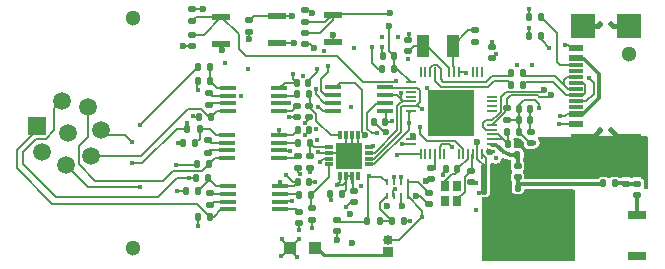
<source format=gtl>
%TF.GenerationSoftware,KiCad,Pcbnew,9.0.4*%
%TF.CreationDate,2026-02-10T01:37:07-05:00*%
%TF.ProjectId,WSG_2.0,5753475f-322e-4302-9e6b-696361645f70,rev?*%
%TF.SameCoordinates,Original*%
%TF.FileFunction,Copper,L1,Top*%
%TF.FilePolarity,Positive*%
%FSLAX46Y46*%
G04 Gerber Fmt 4.6, Leading zero omitted, Abs format (unit mm)*
G04 Created by KiCad (PCBNEW 9.0.4) date 2026-02-10 01:37:07*
%MOMM*%
%LPD*%
G01*
G04 APERTURE LIST*
G04 Aperture macros list*
%AMRoundRect*
0 Rectangle with rounded corners*
0 $1 Rounding radius*
0 $2 $3 $4 $5 $6 $7 $8 $9 X,Y pos of 4 corners*
0 Add a 4 corners polygon primitive as box body*
4,1,4,$2,$3,$4,$5,$6,$7,$8,$9,$2,$3,0*
0 Add four circle primitives for the rounded corners*
1,1,$1+$1,$2,$3*
1,1,$1+$1,$4,$5*
1,1,$1+$1,$6,$7*
1,1,$1+$1,$8,$9*
0 Add four rect primitives between the rounded corners*
20,1,$1+$1,$2,$3,$4,$5,0*
20,1,$1+$1,$4,$5,$6,$7,0*
20,1,$1+$1,$6,$7,$8,$9,0*
20,1,$1+$1,$8,$9,$2,$3,0*%
G04 Aperture macros list end*
%TA.AperFunction,ComponentPad*%
%ADD10C,1.300000*%
%TD*%
%TA.AperFunction,SMDPad,CuDef*%
%ADD11RoundRect,0.140000X0.170000X-0.140000X0.170000X0.140000X-0.170000X0.140000X-0.170000X-0.140000X0*%
%TD*%
%TA.AperFunction,SMDPad,CuDef*%
%ADD12RoundRect,0.140000X0.140000X0.170000X-0.140000X0.170000X-0.140000X-0.170000X0.140000X-0.170000X0*%
%TD*%
%TA.AperFunction,SMDPad,CuDef*%
%ADD13RoundRect,0.135000X0.135000X0.185000X-0.135000X0.185000X-0.135000X-0.185000X0.135000X-0.185000X0*%
%TD*%
%TA.AperFunction,SMDPad,CuDef*%
%ADD14R,2.006600X2.159000*%
%TD*%
%TA.AperFunction,SMDPad,CuDef*%
%ADD15R,1.143000X0.609600*%
%TD*%
%TA.AperFunction,SMDPad,CuDef*%
%ADD16R,1.143000X0.304800*%
%TD*%
%TA.AperFunction,SMDPad,CuDef*%
%ADD17RoundRect,0.135000X0.185000X-0.135000X0.185000X0.135000X-0.185000X0.135000X-0.185000X-0.135000X0*%
%TD*%
%TA.AperFunction,SMDPad,CuDef*%
%ADD18RoundRect,0.140000X-0.140000X-0.170000X0.140000X-0.170000X0.140000X0.170000X-0.140000X0.170000X0*%
%TD*%
%TA.AperFunction,SMDPad,CuDef*%
%ADD19RoundRect,0.147500X0.172500X-0.147500X0.172500X0.147500X-0.172500X0.147500X-0.172500X-0.147500X0*%
%TD*%
%TA.AperFunction,SMDPad,CuDef*%
%ADD20R,1.600000X0.800000*%
%TD*%
%TA.AperFunction,SMDPad,CuDef*%
%ADD21R,1.000000X1.000000*%
%TD*%
%TA.AperFunction,SMDPad,CuDef*%
%ADD22R,1.100000X1.900000*%
%TD*%
%TA.AperFunction,SMDPad,CuDef*%
%ADD23RoundRect,0.135000X-0.135000X-0.185000X0.135000X-0.185000X0.135000X0.185000X-0.135000X0.185000X0*%
%TD*%
%TA.AperFunction,SMDPad,CuDef*%
%ADD24RoundRect,0.140000X-0.170000X0.140000X-0.170000X-0.140000X0.170000X-0.140000X0.170000X0.140000X0*%
%TD*%
%TA.AperFunction,SMDPad,CuDef*%
%ADD25R,1.650000X0.500000*%
%TD*%
%TA.AperFunction,SMDPad,CuDef*%
%ADD26RoundRect,0.027500X0.377500X0.082500X-0.377500X0.082500X-0.377500X-0.082500X0.377500X-0.082500X0*%
%TD*%
%TA.AperFunction,SMDPad,CuDef*%
%ADD27RoundRect,0.027500X0.082500X0.377500X-0.082500X0.377500X-0.082500X-0.377500X0.082500X-0.377500X0*%
%TD*%
%TA.AperFunction,SMDPad,CuDef*%
%ADD28R,4.000000X4.000000*%
%TD*%
%TA.AperFunction,SMDPad,CuDef*%
%ADD29R,0.260000X0.530000*%
%TD*%
%TA.AperFunction,SMDPad,CuDef*%
%ADD30RoundRect,0.135000X-0.185000X0.135000X-0.185000X-0.135000X0.185000X-0.135000X0.185000X0.135000X0*%
%TD*%
%TA.AperFunction,SMDPad,CuDef*%
%ADD31R,0.750000X0.850000*%
%TD*%
%TA.AperFunction,SMDPad,CuDef*%
%ADD32R,1.450000X0.450000*%
%TD*%
%TA.AperFunction,SMDPad,CuDef*%
%ADD33RoundRect,0.147500X0.147500X0.172500X-0.147500X0.172500X-0.147500X-0.172500X0.147500X-0.172500X0*%
%TD*%
%TA.AperFunction,ComponentPad*%
%ADD34R,0.850000X0.850000*%
%TD*%
%TA.AperFunction,ComponentPad*%
%ADD35C,0.850000*%
%TD*%
%TA.AperFunction,SMDPad,CuDef*%
%ADD36RoundRect,0.147500X-0.172500X0.147500X-0.172500X-0.147500X0.172500X-0.147500X0.172500X0.147500X0*%
%TD*%
%TA.AperFunction,SMDPad,CuDef*%
%ADD37R,1.400000X0.450000*%
%TD*%
%TA.AperFunction,ComponentPad*%
%ADD38R,1.508000X1.508000*%
%TD*%
%TA.AperFunction,ComponentPad*%
%ADD39C,1.508000*%
%TD*%
%TA.AperFunction,SMDPad,CuDef*%
%ADD40R,0.300000X0.800000*%
%TD*%
%TA.AperFunction,SMDPad,CuDef*%
%ADD41R,0.800000X0.300000*%
%TD*%
%TA.AperFunction,SMDPad,CuDef*%
%ADD42R,2.240000X2.240000*%
%TD*%
%TA.AperFunction,ViaPad*%
%ADD43C,0.450000*%
%TD*%
%TA.AperFunction,ViaPad*%
%ADD44C,0.600000*%
%TD*%
%TA.AperFunction,ViaPad*%
%ADD45C,0.500000*%
%TD*%
%TA.AperFunction,Conductor*%
%ADD46C,0.200000*%
%TD*%
%TA.AperFunction,Conductor*%
%ADD47C,0.340000*%
%TD*%
%TA.AperFunction,Conductor*%
%ADD48C,0.250000*%
%TD*%
%TA.AperFunction,Conductor*%
%ADD49C,0.160000*%
%TD*%
%TA.AperFunction,Conductor*%
%ADD50C,0.510000*%
%TD*%
%TA.AperFunction,Conductor*%
%ADD51C,0.300000*%
%TD*%
%TA.AperFunction,Conductor*%
%ADD52C,0.400000*%
%TD*%
G04 APERTURE END LIST*
D10*
%TO.P,,1,Pin_2*%
%TO.N,N/C*%
X144000000Y-84000000D03*
%TD*%
%TO.P,,1,Pin_2*%
%TO.N,N/C*%
X102000000Y-81000000D03*
%TD*%
%TO.P,,1,Pin_2*%
%TO.N,N/C*%
X102000000Y-100500000D03*
%TD*%
D11*
%TO.P,C55,1*%
%TO.N,3V3*%
X135670000Y-91580000D03*
%TO.P,C55,2*%
%TO.N,GND*%
X135670000Y-90620000D03*
%TD*%
D12*
%TO.P,C6,1*%
%TO.N,Net-(C1-Pad2)*%
X134580000Y-95350000D03*
%TO.P,C6,2*%
%TO.N,GND*%
X133620000Y-95350000D03*
%TD*%
D13*
%TO.P,R5,1*%
%TO.N,SG1+*%
X108542800Y-97834999D03*
%TO.P,R5,2*%
%TO.N,GND*%
X107522800Y-97834999D03*
%TD*%
D14*
%TO.P,J1,15*%
%TO.N,GND*%
X140075000Y-91860000D03*
%TO.P,J1,16*%
X140075000Y-81640000D03*
%TO.P,J1,17*%
X144005000Y-91860000D03*
%TO.P,J1,18*%
X144005000Y-81640000D03*
D15*
%TO.P,J1,A1-B12,GND*%
X139500000Y-89950001D03*
%TO.P,J1,A4-B9,VBUS*%
%TO.N,5v_USB_EXT*%
X139500000Y-89150000D03*
D16*
%TO.P,J1,A5,CC1*%
%TO.N,Net-(J1-CC1)*%
X139500000Y-88000000D03*
%TO.P,J1,A6,DP1*%
%TO.N,USB_D+*%
X139500000Y-87000000D03*
%TO.P,J1,A7,DN1*%
%TO.N,USB_D-*%
X139500000Y-86500000D03*
%TO.P,J1,A8,SBU1*%
%TO.N,unconnected-(J1-SBU1-PadA8)*%
X139500000Y-85500000D03*
D15*
%TO.P,J1,A9-B4,VBUS*%
%TO.N,5v_USB_EXT*%
X139500000Y-84350000D03*
%TO.P,J1,A12-B1,GND*%
%TO.N,GND*%
X139500000Y-83550001D03*
D16*
%TO.P,J1,B5,CC2*%
%TO.N,Net-(J1-CC2)*%
X139500000Y-85000001D03*
%TO.P,J1,B6,DP2*%
%TO.N,USB_D+*%
X139500000Y-85999999D03*
%TO.P,J1,B7,DN2*%
%TO.N,USB_D-*%
X139500000Y-87500001D03*
%TO.P,J1,B8,SBU2*%
%TO.N,unconnected-(J1-SBU2-PadB8)*%
X139500000Y-88499999D03*
%TD*%
D17*
%TO.P,R100,1*%
%TO.N,3V3*%
X133690000Y-89620000D03*
%TO.P,R100,2*%
%TO.N,GPIO0*%
X133690000Y-88600000D03*
%TD*%
D18*
%TO.P,C57,1*%
%TO.N,3V3*%
X131720000Y-95600000D03*
%TO.P,C57,2*%
%TO.N,GND*%
X132680000Y-95600000D03*
%TD*%
D19*
%TO.P,L4,1,1*%
%TO.N,Net-(AE1-FEED)*%
X144690000Y-95990000D03*
%TO.P,L4,2,2*%
%TO.N,Net-(C1-Pad1)*%
X144690000Y-95020000D03*
%TD*%
D20*
%TO.P,AE1,1,FEED*%
%TO.N,Net-(AE1-FEED)*%
X144660000Y-97710000D03*
%TO.P,AE1,2,PCB_Trace*%
%TO.N,unconnected-(AE1-PCB_Trace-Pad2)*%
X144660000Y-101110000D03*
%TD*%
D12*
%TO.P,C17,1*%
%TO.N,GND*%
X116902800Y-90499999D03*
%TO.P,C17,2*%
%TO.N,3V3_Ref*%
X115942800Y-90499999D03*
%TD*%
D18*
%TO.P,C24,1*%
%TO.N,GND*%
X118717800Y-95919999D03*
%TO.P,C24,2*%
%TO.N,3V3_Ref*%
X119677800Y-95919999D03*
%TD*%
D13*
%TO.P,R2,1*%
%TO.N,USB_D-*%
X135060000Y-86640000D03*
%TO.P,R2,2*%
%TO.N,ESP_USB_D-*%
X134040000Y-86640000D03*
%TD*%
D12*
%TO.P,C48,1*%
%TO.N,Net-(IC10-XTAL_N)*%
X129460000Y-93800000D03*
%TO.P,C48,2*%
%TO.N,GND*%
X128500000Y-93800000D03*
%TD*%
D21*
%TO.P,GND,1,1*%
%TO.N,3.7V_BAT-*%
X117370000Y-100500000D03*
%TD*%
D22*
%TO.P,Y2,1*%
%TO.N,Net-(IC10-XTAL_32K_N)*%
X126560000Y-83340000D03*
%TO.P,Y2,2*%
%TO.N,Net-(IC10-XTAL_32K_P)*%
X129060000Y-83340000D03*
%TD*%
D23*
%TO.P,R21,1*%
%TO.N,SG2_AMP*%
X115962800Y-91569999D03*
%TO.P,R21,2*%
%TO.N,SG2_FILTERED*%
X116982800Y-91569999D03*
%TD*%
D12*
%TO.P,C8,1*%
%TO.N,3V3*%
X124070000Y-85270000D03*
%TO.P,C8,2*%
%TO.N,GND*%
X123110000Y-85270000D03*
%TD*%
D24*
%TO.P,C49,1*%
%TO.N,Net-(IC10-XTAL_32K_P)*%
X130960000Y-82030000D03*
%TO.P,C49,2*%
%TO.N,GND*%
X130960000Y-82990000D03*
%TD*%
%TO.P,C10,1*%
%TO.N,3V3*%
X127270000Y-93690000D03*
%TO.P,C10,2*%
%TO.N,GND*%
X127270000Y-94650000D03*
%TD*%
%TO.P,C7,1*%
%TO.N,GPIO46*%
X107030000Y-82410000D03*
%TO.P,C7,2*%
%TO.N,GND*%
X107030000Y-83370000D03*
%TD*%
D12*
%TO.P,C19,1*%
%TO.N,GND*%
X116840000Y-86480000D03*
%TO.P,C19,2*%
%TO.N,3V3_Ref*%
X115880000Y-86480000D03*
%TD*%
D25*
%TO.P,SW4,1,1*%
%TO.N,GPIO0*%
X114190000Y-80830000D03*
%TO.P,SW4,2,2*%
%TO.N,GND*%
X114190000Y-83130000D03*
%TD*%
D18*
%TO.P,C53,1*%
%TO.N,3V3*%
X134650000Y-88660000D03*
%TO.P,C53,2*%
%TO.N,GND*%
X135610000Y-88660000D03*
%TD*%
%TO.P,C58,1*%
%TO.N,3V3*%
X131720000Y-94644999D03*
%TO.P,C58,2*%
%TO.N,GND*%
X132680000Y-94644999D03*
%TD*%
%TO.P,C5,1*%
%TO.N,Net-(IC10-LNA_IN)*%
X134540000Y-92570000D03*
%TO.P,C5,2*%
%TO.N,GND*%
X135500000Y-92570000D03*
%TD*%
D23*
%TO.P,R16,1*%
%TO.N,3V3_Ref*%
X107522800Y-85119999D03*
%TO.P,R16,2*%
%TO.N,SG3-*%
X108542800Y-85119999D03*
%TD*%
D26*
%TO.P,IC10,1,LNA_IN*%
%TO.N,Net-(IC10-LNA_IN)*%
X132405000Y-91650000D03*
%TO.P,IC10,2,VDD3P3_1*%
%TO.N,Net-(IC10-VDD3P3_1)*%
X132405000Y-91250000D03*
%TO.P,IC10,3,VDD3P3_2*%
X132405000Y-90850000D03*
%TO.P,IC10,4,CHIP_PU*%
%TO.N,EN*%
X132405000Y-90450000D03*
%TO.P,IC10,5,GPIO0*%
%TO.N,GPIO0*%
X132405000Y-90050000D03*
%TO.P,IC10,8,GPIO3*%
%TO.N,unconnected-(IC10-GPIO3-Pad8)*%
X132405000Y-88850000D03*
%TO.P,IC10,9,GPIO4*%
%TO.N,unconnected-(IC10-GPIO4-Pad9)*%
X132405000Y-88450000D03*
%TO.P,IC10,10,GPIO5*%
%TO.N,unconnected-(IC10-GPIO5-Pad10)*%
X132405000Y-88050000D03*
%TO.P,IC10,11,GPIO6*%
%TO.N,unconnected-(IC10-GPIO6-Pad11)*%
X132405000Y-87650000D03*
D27*
%TO.P,IC10,15,GPIO10*%
%TO.N,unconnected-(IC10-GPIO10-Pad15)*%
X131560000Y-85605000D03*
%TO.P,IC10,16,GPIO11*%
%TO.N,unconnected-(IC10-GPIO11-Pad16)*%
X131160000Y-85605000D03*
%TO.P,IC10,17,GPIO12*%
%TO.N,unconnected-(IC10-GPIO12-Pad17)*%
X130760000Y-85605000D03*
%TO.P,IC10,20,VDD3P3_RTC*%
%TO.N,3V3*%
X129560000Y-85605000D03*
%TO.P,IC10,21,XTAL_32K_P*%
%TO.N,Net-(IC10-XTAL_32K_P)*%
X129160000Y-85605000D03*
%TO.P,IC10,22,XTAL_32K_N*%
%TO.N,Net-(IC10-XTAL_32K_N)*%
X128760000Y-85605000D03*
%TO.P,IC10,25,GPIO19*%
%TO.N,ESP_USB_D-*%
X127560000Y-85605000D03*
%TO.P,IC10,26,GPIO20*%
%TO.N,ESP_USB_D+*%
X127160000Y-85605000D03*
%TO.P,IC10,27,GPIO21*%
%TO.N,unconnected-(IC10-GPIO21-Pad27)*%
X126760000Y-85605000D03*
%TO.P,IC10,28,SPICS1*%
%TO.N,unconnected-(IC10-SPICS1-Pad28)*%
X126360000Y-85605000D03*
D26*
%TO.P,IC10,29,VDD_SPI*%
%TO.N,3V3*%
X125515000Y-86450000D03*
%TO.P,IC10,31,SPIWP*%
%TO.N,unconnected-(IC10-SPIWP-Pad31)*%
X125515000Y-87250000D03*
%TO.P,IC10,32,SPICS0*%
%TO.N,unconnected-(IC10-SPICS0-Pad32)*%
X125515000Y-87650000D03*
%TO.P,IC10,33,SPICLK*%
%TO.N,SCLK_ADC*%
X125515000Y-88050000D03*
%TO.P,IC10,34,SPIQ*%
%TO.N,MOSI_ADC*%
X125515000Y-88450000D03*
%TO.P,IC10,35,SPID*%
%TO.N,MISO_ADC*%
X125515000Y-88850000D03*
%TO.P,IC10,41,GPIO36*%
%TO.N,LDAC_DAC*%
X125515000Y-91250000D03*
%TO.P,IC10,42,GPIO37*%
%TO.N,CS_DAC*%
X125515000Y-91650000D03*
D27*
%TO.P,IC10,43,GPIO38*%
%TO.N,CS_ADC*%
X126360000Y-92495000D03*
%TO.P,IC10,44,MTCK*%
%TO.N,unconnected-(IC10-MTCK-Pad44)*%
X126760000Y-92495000D03*
%TO.P,IC10,45,MTDO*%
%TO.N,unconnected-(IC10-MTDO-Pad45)*%
X127160000Y-92495000D03*
%TO.P,IC10,46,VDD3P3_CPU*%
%TO.N,3V3*%
X127560000Y-92495000D03*
%TO.P,IC10,47,MTDI*%
%TO.N,CS_FLASH*%
X127960000Y-92495000D03*
%TO.P,IC10,48,MTMS*%
%TO.N,unconnected-(IC10-MTMS-Pad48)*%
X128360000Y-92495000D03*
%TO.P,IC10,51,GPIO45*%
%TO.N,unconnected-(IC10-GPIO45-Pad51)*%
X129560000Y-92495000D03*
%TO.P,IC10,52,GPIO46*%
%TO.N,GPIO46*%
X129960000Y-92495000D03*
%TO.P,IC10,53,XTAL_N*%
%TO.N,Net-(IC10-XTAL_N)*%
X130360000Y-92495000D03*
%TO.P,IC10,54,XTAL_P*%
%TO.N,Net-(IC10-XTAL_P)*%
X130760000Y-92495000D03*
%TO.P,IC10,55,VDDA_1*%
%TO.N,3V3*%
X131160000Y-92495000D03*
%TO.P,IC10,56,VDDA_2*%
X131560000Y-92495000D03*
D28*
%TO.P,IC10,57,GND*%
%TO.N,GND*%
X128960000Y-89050000D03*
%TD*%
D11*
%TO.P,C50,1*%
%TO.N,Net-(IC10-XTAL_32K_N)*%
X125280000Y-83820000D03*
%TO.P,C50,2*%
%TO.N,GND*%
X125280000Y-82860000D03*
%TD*%
D29*
%TO.P,PS3,1,VIN*%
%TO.N,3.7V_BAT+*%
X125262800Y-94899999D03*
%TO.P,PS3,2,GND_1*%
%TO.N,GND*%
X124662800Y-94899999D03*
%TO.P,PS3,3,GND_2*%
X124062800Y-94899999D03*
%TO.P,PS3,4,VOUT*%
%TO.N,5.5V_BOOST*%
X123462800Y-94899999D03*
%TO.P,PS3,5,FB*%
%TO.N,Net-(PS3-FB)*%
X123462800Y-96099999D03*
%TO.P,PS3,6,GND_3*%
%TO.N,GND*%
X124062800Y-96099999D03*
%TO.P,PS3,7,MODE*%
X124662800Y-96099999D03*
%TO.P,PS3,8,EN*%
%TO.N,3.7V_BAT+*%
X125262800Y-96099999D03*
%TD*%
D13*
%TO.P,R8,1*%
%TO.N,Net-(J1-CC1)*%
X136580000Y-82480000D03*
%TO.P,R8,2*%
%TO.N,GND*%
X135560000Y-82480000D03*
%TD*%
D11*
%TO.P,C12,1*%
%TO.N,GND*%
X127060000Y-96750000D03*
%TO.P,C12,2*%
%TO.N,3.7V_BAT+*%
X127060000Y-95790000D03*
%TD*%
D30*
%TO.P,R1,1*%
%TO.N,Net-(IC2-RG_1)*%
X108532800Y-95784999D03*
%TO.P,R1,2*%
%TO.N,Net-(IC2-RG_2)*%
X108532800Y-96804999D03*
%TD*%
D24*
%TO.P,C20,1*%
%TO.N,Net-(IC6--VS)*%
X115892800Y-88439999D03*
%TO.P,C20,2*%
%TO.N,GND*%
X115892800Y-89399999D03*
%TD*%
D13*
%TO.P,R9,1*%
%TO.N,Net-(J1-CC2)*%
X136570000Y-80930000D03*
%TO.P,R9,2*%
%TO.N,GND*%
X135550000Y-80930000D03*
%TD*%
D31*
%TO.P,Y1,1*%
%TO.N,Net-(IC10-XTAL_P)*%
X129445000Y-96525000D03*
%TO.P,Y1,2*%
%TO.N,GND*%
X129445000Y-95175000D03*
%TO.P,Y1,3*%
%TO.N,Net-(IC10-XTAL_N)*%
X128395000Y-95175000D03*
%TO.P,Y1,4*%
%TO.N,GND*%
X128395000Y-96525000D03*
%TD*%
D30*
%TO.P,R19,1*%
%TO.N,Net-(IC6-RG_1)*%
X108472800Y-87379999D03*
%TO.P,R19,2*%
%TO.N,Net-(IC6-RG_2)*%
X108472800Y-88399999D03*
%TD*%
D23*
%TO.P,R13,1*%
%TO.N,3V3_Ref*%
X106612800Y-90399999D03*
%TO.P,R13,2*%
%TO.N,SG2-*%
X107632800Y-90399999D03*
%TD*%
D32*
%TO.P,U4,1,VDD*%
%TO.N,3V3_Ref*%
X123357800Y-88824999D03*
%TO.P,U4,2,CS#*%
%TO.N,CS_DAC*%
X123357800Y-88174999D03*
%TO.P,U4,3,SCLK*%
%TO.N,SCLK_ADC*%
X123357800Y-87524999D03*
%TO.P,U4,4,SDIN*%
%TO.N,MOSI_ADC*%
X123357800Y-86874999D03*
%TO.P,U4,5,LDAC#*%
%TO.N,LDAC_DAC*%
X118907800Y-86874999D03*
%TO.P,U4,6,CLR#*%
%TO.N,3V3_Ref*%
X118907800Y-87524999D03*
%TO.P,U4,7,GND*%
%TO.N,GND*%
X118907800Y-88174999D03*
%TO.P,U4,8,VOUT*%
%TO.N,DAC_BIAS_REF*%
X118907800Y-88824999D03*
%TD*%
D18*
%TO.P,C56,1*%
%TO.N,Net-(IC10-VDD3P3_1)*%
X133710000Y-91640000D03*
%TO.P,C56,2*%
%TO.N,GND*%
X134670000Y-91640000D03*
%TD*%
%TO.P,C31,1*%
%TO.N,GND*%
X122372800Y-89829999D03*
%TO.P,C31,2*%
%TO.N,3V3_Ref*%
X123332800Y-89829999D03*
%TD*%
D25*
%TO.P,SW3,1,1*%
%TO.N,EN*%
X118900000Y-80700000D03*
%TO.P,SW3,2,2*%
%TO.N,GND*%
X118900000Y-83000000D03*
%TD*%
D18*
%TO.P,C54,1*%
%TO.N,3V3*%
X134680000Y-89650000D03*
%TO.P,C54,2*%
%TO.N,GND*%
X135640000Y-89650000D03*
%TD*%
D33*
%TO.P,L5,1,1*%
%TO.N,3V3*%
X134665000Y-90610000D03*
%TO.P,L5,2,2*%
%TO.N,Net-(IC10-VDD3P3_1)*%
X133695000Y-90610000D03*
%TD*%
D34*
%TO.P,J4,1,Pin_1*%
%TO.N,3.7V_BAT-*%
X123620000Y-100830000D03*
D35*
%TO.P,J4,2,Pin_2*%
%TO.N,3.7V_BAT+*%
X123620000Y-99830000D03*
%TD*%
D13*
%TO.P,R28,1*%
%TO.N,USB_D+*%
X135040000Y-85660000D03*
%TO.P,R28,2*%
%TO.N,ESP_USB_D+*%
X134020000Y-85660000D03*
%TD*%
D12*
%TO.P,C9,1*%
%TO.N,3V3*%
X124100000Y-84230000D03*
%TO.P,C9,2*%
%TO.N,GND*%
X123140000Y-84230000D03*
%TD*%
D19*
%TO.P,L2,1,1*%
%TO.N,Net-(C1-Pad2)*%
X134560000Y-94460000D03*
%TO.P,L2,2,2*%
%TO.N,Net-(IC10-LNA_IN)*%
X134560000Y-93490000D03*
%TD*%
D24*
%TO.P,C21,1*%
%TO.N,SG1_FILTERED*%
X117142800Y-97114999D03*
%TO.P,C21,2*%
%TO.N,GND*%
X117142800Y-98074999D03*
%TD*%
D36*
%TO.P,L3,1,1*%
%TO.N,GND*%
X143750000Y-94055000D03*
%TO.P,L3,2,2*%
%TO.N,Net-(C1-Pad1)*%
X143750000Y-95025000D03*
%TD*%
D30*
%TO.P,R18,1*%
%TO.N,Net-(IC4-RG_1)*%
X108372800Y-91359999D03*
%TO.P,R18,2*%
%TO.N,Net-(IC4-RG_2)*%
X108372800Y-92379999D03*
%TD*%
D24*
%TO.P,C22,1*%
%TO.N,SG2_FILTERED*%
X117022800Y-92699999D03*
%TO.P,C22,2*%
%TO.N,GND*%
X117022800Y-93659999D03*
%TD*%
D13*
%TO.P,R15,1*%
%TO.N,SG3+*%
X108602800Y-89349999D03*
%TO.P,R15,2*%
%TO.N,GND*%
X107582800Y-89349999D03*
%TD*%
D37*
%TO.P,IC6,1,-IN*%
%TO.N,SG3-*%
X110002800Y-86909999D03*
%TO.P,IC6,2,RG_1*%
%TO.N,Net-(IC6-RG_1)*%
X110002800Y-87559999D03*
%TO.P,IC6,3,RG_2*%
%TO.N,Net-(IC6-RG_2)*%
X110002800Y-88209999D03*
%TO.P,IC6,4,+IN*%
%TO.N,SG3+*%
X110002800Y-88859999D03*
%TO.P,IC6,5,-VS*%
%TO.N,Net-(IC6--VS)*%
X114402800Y-88859999D03*
%TO.P,IC6,6,REF*%
%TO.N,DAC_BIAS_REF*%
X114402800Y-88209999D03*
%TO.P,IC6,7,VOUT*%
%TO.N,SG3_AMP*%
X114402800Y-87559999D03*
%TO.P,IC6,8,+VS*%
%TO.N,3V3_Ref*%
X114402800Y-86909999D03*
%TD*%
D11*
%TO.P,C25,1*%
%TO.N,GND*%
X120672800Y-96559999D03*
%TO.P,C25,2*%
%TO.N,3V3_Ref*%
X120672800Y-95599999D03*
%TD*%
D24*
%TO.P,C11,1*%
%TO.N,5.5V_BOOST*%
X119270000Y-98100000D03*
%TO.P,C11,2*%
%TO.N,GND*%
X119270000Y-99060000D03*
%TD*%
%TO.P,C47,1*%
%TO.N,Net-(IC10-XTAL_P)*%
X130600000Y-93920000D03*
%TO.P,C47,2*%
%TO.N,GND*%
X130600000Y-94880000D03*
%TD*%
D23*
%TO.P,R22,1*%
%TO.N,SG3_AMP*%
X115852800Y-87419999D03*
%TO.P,R22,2*%
%TO.N,SG3_FILTERED*%
X116872800Y-87419999D03*
%TD*%
D37*
%TO.P,IC2,1,-IN*%
%TO.N,SG1-*%
X110062800Y-95244999D03*
%TO.P,IC2,2,RG_1*%
%TO.N,Net-(IC2-RG_1)*%
X110062800Y-95894999D03*
%TO.P,IC2,3,RG_2*%
%TO.N,Net-(IC2-RG_2)*%
X110062800Y-96544999D03*
%TO.P,IC2,4,+IN*%
%TO.N,SG1+*%
X110062800Y-97194999D03*
%TO.P,IC2,5,-VS*%
%TO.N,Net-(IC2--VS)*%
X114462800Y-97194999D03*
%TO.P,IC2,6,REF*%
%TO.N,DAC_BIAS_REF*%
X114462800Y-96544999D03*
%TO.P,IC2,7,VOUT*%
%TO.N,SG1_AMP*%
X114462800Y-95894999D03*
%TO.P,IC2,8,+VS*%
%TO.N,3V3_Ref*%
X114462800Y-95244999D03*
%TD*%
D13*
%TO.P,R17,1*%
%TO.N,SG3-*%
X108512800Y-86319999D03*
%TO.P,R17,2*%
%TO.N,GND*%
X107492800Y-86319999D03*
%TD*%
%TO.P,R10,1*%
%TO.N,SG1-*%
X107472800Y-95674999D03*
%TO.P,R10,2*%
%TO.N,GND*%
X106452800Y-95674999D03*
%TD*%
%TO.P,R14,1*%
%TO.N,SG2-*%
X107282800Y-91559999D03*
%TO.P,R14,2*%
%TO.N,GND*%
X106262800Y-91559999D03*
%TD*%
D37*
%TO.P,IC4,1,-IN*%
%TO.N,SG2-*%
X109952800Y-90909999D03*
%TO.P,IC4,2,RG_1*%
%TO.N,Net-(IC4-RG_1)*%
X109952800Y-91559999D03*
%TO.P,IC4,3,RG_2*%
%TO.N,Net-(IC4-RG_2)*%
X109952800Y-92209999D03*
%TO.P,IC4,4,+IN*%
%TO.N,SG2+*%
X109952800Y-92859999D03*
%TO.P,IC4,5,-VS*%
%TO.N,Net-(IC4--VS)*%
X114352800Y-92859999D03*
%TO.P,IC4,6,REF*%
%TO.N,DAC_BIAS_REF*%
X114352800Y-92209999D03*
%TO.P,IC4,7,VOUT*%
%TO.N,SG2_AMP*%
X114352800Y-91559999D03*
%TO.P,IC4,8,+VS*%
%TO.N,3V3_Ref*%
X114352800Y-90909999D03*
%TD*%
D24*
%TO.P,C23,1*%
%TO.N,SG3_FILTERED*%
X116942800Y-88439999D03*
%TO.P,C23,2*%
%TO.N,GND*%
X116942800Y-89399999D03*
%TD*%
D23*
%TO.P,R11,1*%
%TO.N,3V3_Ref*%
X107332800Y-94554999D03*
%TO.P,R11,2*%
%TO.N,SG1-*%
X108352800Y-94554999D03*
%TD*%
D38*
%TO.P,J3,1,Pin_1*%
%TO.N,SG1+*%
X93838357Y-90128357D03*
D39*
%TO.P,J3,2,Pin_2*%
%TO.N,3V3_Ref*%
X95956494Y-88010220D03*
%TO.P,J3,3,Pin_3*%
%TO.N,SG2+*%
X98183227Y-88503880D03*
%TO.P,J3,4,Pin_4*%
%TO.N,3V3_Ref*%
X99271537Y-90508282D03*
%TO.P,J3,5,Pin_5*%
%TO.N,SG3+*%
X98472787Y-92644650D03*
%TO.P,J3,6,Pin_6*%
%TO.N,3V3_Ref*%
X96336419Y-93443400D03*
%TO.P,J3,7,Pin_7*%
%TO.N,GND*%
X94332007Y-92355100D03*
%TO.P,J3,8,Pin_8*%
%TO.N,3V3_Ref*%
X96528247Y-90700110D03*
%TD*%
D23*
%TO.P,R23,1*%
%TO.N,Net-(PS3-FB)*%
X123922800Y-98159999D03*
%TO.P,R23,2*%
%TO.N,GND*%
X124942800Y-98159999D03*
%TD*%
D17*
%TO.P,R26,1*%
%TO.N,EN*%
X116580000Y-81340000D03*
%TO.P,R26,2*%
%TO.N,3V3*%
X116580000Y-80320000D03*
%TD*%
D24*
%TO.P,C18,1*%
%TO.N,Net-(IC4--VS)*%
X115932800Y-92699999D03*
%TO.P,C18,2*%
%TO.N,GND*%
X115932800Y-93659999D03*
%TD*%
D25*
%TO.P,SW1,1,1*%
%TO.N,GPIO46*%
X109490000Y-80890000D03*
%TO.P,SW1,2,2*%
%TO.N,GND*%
X109490000Y-83190000D03*
%TD*%
D12*
%TO.P,C1,1*%
%TO.N,Net-(C1-Pad1)*%
X142770000Y-94990000D03*
%TO.P,C1,2*%
%TO.N,Net-(C1-Pad2)*%
X141810000Y-94990000D03*
%TD*%
D40*
%TO.P,U7,1,CLK*%
%TO.N,GND*%
X121042800Y-90939999D03*
%TO.P,U7,2,DGND*%
X120542800Y-90939999D03*
%TO.P,U7,3,AVSS*%
X120042800Y-90939999D03*
%TO.P,U7,4,AIN3_REFN1*%
%TO.N,SG3_FILTERED*%
X119542800Y-90939999D03*
D41*
%TO.P,U7,5,AIN2*%
%TO.N,SG2_FILTERED*%
X118592800Y-91889999D03*
%TO.P,U7,6,REFN0*%
%TO.N,GND*%
X118592800Y-92389999D03*
%TO.P,U7,7,REFP0*%
%TO.N,3V3_Ref*%
X118592800Y-92889999D03*
%TO.P,U7,8,AIN1*%
%TO.N,SG1_FILTERED*%
X118592800Y-93389999D03*
D40*
%TO.P,U7,9,AIN0_REFP1*%
%TO.N,3V3_Ref*%
X119542800Y-94339999D03*
%TO.P,U7,10,AVDD*%
X120042800Y-94339999D03*
%TO.P,U7,11,DVDD*%
X120542800Y-94339999D03*
%TO.P,U7,12,DRDY_N*%
%TO.N,unconnected-(U7-DRDY_N-Pad12)*%
X121042800Y-94339999D03*
D41*
%TO.P,U7,13,DOUT_DRDY_N*%
%TO.N,MISO_ADC*%
X121992800Y-93389999D03*
%TO.P,U7,14,DIN*%
%TO.N,MOSI_ADC*%
X121992800Y-92889999D03*
%TO.P,U7,15,SCLK*%
%TO.N,SCLK_ADC*%
X121992800Y-92389999D03*
%TO.P,U7,16,CS_N*%
%TO.N,CS_ADC*%
X121992800Y-91889999D03*
D42*
%TO.P,U7,17,PAD*%
%TO.N,GND*%
X120292800Y-92639999D03*
%TD*%
D23*
%TO.P,R20,1*%
%TO.N,SG1_AMP*%
X116042800Y-96004999D03*
%TO.P,R20,2*%
%TO.N,SG1_FILTERED*%
X117062800Y-96004999D03*
%TD*%
D18*
%TO.P,C59,1*%
%TO.N,3V3*%
X131720000Y-93654999D03*
%TO.P,C59,2*%
%TO.N,GND*%
X132680000Y-93654999D03*
%TD*%
D24*
%TO.P,C16,1*%
%TO.N,Net-(IC2--VS)*%
X116042800Y-97404999D03*
%TO.P,C16,2*%
%TO.N,GND*%
X116042800Y-98364999D03*
%TD*%
D12*
%TO.P,C15,1*%
%TO.N,GND*%
X116942800Y-94874999D03*
%TO.P,C15,2*%
%TO.N,3V3_Ref*%
X115982800Y-94874999D03*
%TD*%
D24*
%TO.P,C3,1*%
%TO.N,EN*%
X116590000Y-82230000D03*
%TO.P,C3,2*%
%TO.N,GND*%
X116590000Y-83190000D03*
%TD*%
D23*
%TO.P,R24,1*%
%TO.N,5.5V_BOOST*%
X121852800Y-98139999D03*
%TO.P,R24,2*%
%TO.N,Net-(PS3-FB)*%
X122872800Y-98139999D03*
%TD*%
D13*
%TO.P,R12,1*%
%TO.N,SG2+*%
X108452800Y-93359999D03*
%TO.P,R12,2*%
%TO.N,GND*%
X107432800Y-93359999D03*
%TD*%
D21*
%TO.P,TP5,1,1*%
%TO.N,GND*%
X115260000Y-100459600D03*
%TD*%
D11*
%TO.P,C60,1*%
%TO.N,3V3*%
X132362800Y-84404999D03*
%TO.P,C60,2*%
%TO.N,GND*%
X132362800Y-83444999D03*
%TD*%
D17*
%TO.P,R27,1*%
%TO.N,GPIO46*%
X106990000Y-81250000D03*
%TO.P,R27,2*%
%TO.N,3V3*%
X106990000Y-80230000D03*
%TD*%
D24*
%TO.P,C4,1*%
%TO.N,GPIO0*%
X111860000Y-81190000D03*
%TO.P,C4,2*%
%TO.N,GND*%
X111860000Y-82150000D03*
%TD*%
D43*
%TO.N,3V3_Ref*%
X114950000Y-94250000D03*
X101900000Y-93290000D03*
X119300000Y-95100000D03*
X101920000Y-91490000D03*
X102600000Y-90070000D03*
X114340000Y-90470000D03*
X114450000Y-94880000D03*
X109770000Y-84770000D03*
X106750000Y-94554999D03*
X102600000Y-95300000D03*
X123939800Y-89710000D03*
X111730000Y-85350000D03*
X117849294Y-93163129D03*
X118490000Y-85070000D03*
X106612800Y-89870000D03*
X115550000Y-85770000D03*
%TO.N,5.5V_BOOST*%
X121970800Y-94386400D03*
D44*
%TO.N,3V3*%
X131140329Y-91497000D03*
D43*
X136414802Y-88600000D03*
X135941698Y-91552640D03*
X132752800Y-84079999D03*
X132705171Y-92867629D03*
D44*
X117190000Y-80550000D03*
D43*
X131290000Y-95790000D03*
X135792800Y-84929999D03*
X127500000Y-93690000D03*
X125320000Y-84480000D03*
X130190000Y-85620000D03*
X134522800Y-84929999D03*
D44*
X107950000Y-80260000D03*
X123690000Y-81660000D03*
D43*
%TO.N,CS_FLASH*%
X128970000Y-91930000D03*
%TO.N,DAC_BIAS_REF*%
X117650000Y-88509999D03*
X115290000Y-92250000D03*
X115442800Y-96519999D03*
X115165565Y-88205339D03*
D44*
%TO.N,EN*%
X123750000Y-80600000D03*
X136770000Y-87060000D03*
%TO.N,GPIO0*%
X137390000Y-87520000D03*
X115440000Y-80790000D03*
%TO.N,5v_USB_EXT*%
X123525002Y-96910000D03*
D43*
X121270113Y-95214006D03*
X138125200Y-89331800D03*
%TO.N,Net-(J1-CC1)*%
X137254529Y-83515471D03*
X140575000Y-86075000D03*
%TO.N,3.7V_BAT+*%
X126475001Y-97860001D03*
D44*
%TO.N,LDAC_DAC*%
X125691496Y-90958504D03*
X121641496Y-90898504D03*
D43*
%TO.N,SCLK_ADC*%
X124707633Y-87369999D03*
%TO.N,MISO_ADC*%
X125342800Y-89892800D03*
%TO.N,MOSI_ADC*%
X126482800Y-88719999D03*
%TO.N,CS_ADC*%
X124370000Y-92590000D03*
X122340000Y-91870000D03*
%TO.N,CS_DAC*%
X124800000Y-91690000D03*
X122630000Y-90760000D03*
D44*
%TO.N,GND*%
X138500000Y-98000000D03*
X133500000Y-97000000D03*
X132500000Y-98000000D03*
X134980000Y-96220000D03*
D43*
X118772800Y-96409999D03*
D44*
X137220000Y-93210000D03*
D45*
X141500000Y-81500000D03*
D44*
X141910000Y-93550000D03*
D43*
X128262800Y-90215001D03*
X129275002Y-95165001D03*
X117650000Y-92321999D03*
D44*
X133500000Y-99000000D03*
X134000000Y-98000000D03*
X139000000Y-94200000D03*
D43*
X135560000Y-81800000D03*
D45*
X142500000Y-81500000D03*
D43*
X116560000Y-90870000D03*
D45*
X141500000Y-90500000D03*
D43*
X128245001Y-96534999D03*
D44*
X137000000Y-96000000D03*
D43*
X124662800Y-94429999D03*
X122228029Y-83479903D03*
X117016014Y-94030000D03*
X115898400Y-101198400D03*
D44*
X138500000Y-100000000D03*
X139000000Y-97000000D03*
D43*
X120000000Y-97000000D03*
D44*
X136500000Y-97000000D03*
X130960000Y-82990000D03*
D43*
X105730000Y-95660291D03*
X114577600Y-99699800D03*
D44*
X119230000Y-99780000D03*
D43*
X132162528Y-92402528D03*
D44*
X140260000Y-94220000D03*
D45*
X142500000Y-90500000D03*
D43*
X126920000Y-86910000D03*
D44*
X135000000Y-97000000D03*
X138125200Y-95986600D03*
X138000000Y-94200000D03*
D43*
X132410000Y-83040000D03*
D44*
X109510000Y-83690000D03*
D43*
X124080000Y-94420000D03*
X117603929Y-91346957D03*
D44*
X138000000Y-97000000D03*
D43*
X123110000Y-83470000D03*
X125330000Y-82320000D03*
X128869364Y-89332000D03*
D44*
X132000000Y-99000000D03*
X139014200Y-95910400D03*
X133500000Y-101000000D03*
X120330000Y-97600000D03*
X139000000Y-101000000D03*
D43*
X135550000Y-80240000D03*
D44*
X141320000Y-94140000D03*
D43*
X123050000Y-82640000D03*
D44*
X106260000Y-83370000D03*
X115630000Y-83100000D03*
X137000000Y-100000000D03*
D43*
X118170000Y-83768000D03*
D44*
X134000000Y-100000000D03*
D43*
X105630000Y-93440000D03*
X131000000Y-97230000D03*
X130094882Y-88510882D03*
X135609999Y-88660002D03*
X117610000Y-85320000D03*
X114501400Y-101122200D03*
D44*
X139475711Y-93440500D03*
D43*
X120670000Y-83490000D03*
D44*
X133990000Y-96350000D03*
X120510000Y-100050000D03*
X138000000Y-99000000D03*
X135500000Y-100000000D03*
D43*
X107530000Y-98610000D03*
X131050000Y-94990000D03*
X107490000Y-87080000D03*
D44*
X135690000Y-94130000D03*
D43*
X127842800Y-88194999D03*
D44*
X138000000Y-101000000D03*
X145237200Y-94386400D03*
X138220000Y-93210000D03*
D43*
X117520000Y-90430000D03*
X116600000Y-89860000D03*
D44*
X123391432Y-90671432D03*
D43*
X111170000Y-87590000D03*
D44*
X125939904Y-96060096D03*
X139000000Y-99000000D03*
D43*
X116025400Y-99699800D03*
X125450000Y-98170000D03*
D44*
X111860000Y-82730000D03*
D43*
X129522800Y-89509999D03*
D44*
X132500000Y-100000000D03*
X136500000Y-101000000D03*
D43*
X138099800Y-89992200D03*
D44*
X136500000Y-99000000D03*
X142600000Y-94200000D03*
D43*
X105770000Y-91610000D03*
X116360000Y-85870000D03*
D44*
X142748000Y-93446600D03*
X132000000Y-97000000D03*
D43*
X138540000Y-83258000D03*
X124410000Y-82590000D03*
X117420000Y-94870000D03*
X124140000Y-95460000D03*
X128210000Y-94270000D03*
X119810000Y-93280000D03*
X117468000Y-87013882D03*
D44*
X137000000Y-98000000D03*
X135966200Y-96012000D03*
X135000000Y-101000000D03*
X124815600Y-96926400D03*
D43*
X116144361Y-94213084D03*
D44*
X118960000Y-82470000D03*
X137000000Y-94130000D03*
D43*
X117170200Y-98780600D03*
D44*
X145200000Y-93600000D03*
D43*
X107060000Y-89280000D03*
D44*
X135000000Y-99000000D03*
D43*
X115239453Y-89409392D03*
D44*
X132000000Y-101000000D03*
X117320000Y-83490000D03*
X140589000Y-93522800D03*
X126780000Y-94760000D03*
X135500000Y-98000000D03*
D43*
X116032800Y-98958400D03*
%TO.N,GPIO46*%
X124232215Y-86331282D03*
X126270000Y-90190000D03*
%TO.N,VIN*%
X120475000Y-88555000D03*
%TD*%
D46*
%TO.N,ESP_USB_D+*%
X134020000Y-85660000D02*
X133765001Y-85914999D01*
X131894757Y-86387045D02*
X128248887Y-86387045D01*
X133765001Y-85914999D02*
X132366803Y-85914999D01*
X132366803Y-85914999D02*
X131894757Y-86387045D01*
X127160000Y-85221088D02*
X127160000Y-85605000D01*
X128248887Y-86387045D02*
X128058084Y-86196242D01*
X127382088Y-84999000D02*
X127160000Y-85221088D01*
X128058084Y-86196242D02*
X128058084Y-85319172D01*
X128058084Y-85319172D02*
X127737912Y-84999000D01*
X127737912Y-84999000D02*
X127382088Y-84999000D01*
%TO.N,ESP_USB_D-*%
X127560000Y-85605000D02*
X127560000Y-86334554D01*
X128062491Y-86837045D02*
X132081153Y-86837045D01*
X127560000Y-86334554D02*
X128062491Y-86837045D01*
X132551219Y-86366979D02*
X133766979Y-86366979D01*
X132081153Y-86837045D02*
X132551219Y-86366979D01*
X133766979Y-86366979D02*
X134040000Y-86640000D01*
%TO.N,USB_D+*%
X139500000Y-85999999D02*
X138750001Y-85999999D01*
X138750001Y-85999999D02*
X138500000Y-86250000D01*
X138500000Y-86250000D02*
X138500000Y-86681802D01*
X138500000Y-86681802D02*
X138534099Y-86715901D01*
%TO.N,USB_D-*%
X139500000Y-87500001D02*
X140125899Y-87500001D01*
X140125899Y-87500001D02*
X140272500Y-87353400D01*
X140125900Y-86500000D02*
X139500000Y-86500000D01*
X140272500Y-87353400D02*
X140272500Y-86646600D01*
X140272500Y-86646600D02*
X140125900Y-86500000D01*
X139500000Y-86500000D02*
X139526000Y-86526000D01*
%TO.N,USB_D+*%
X137753197Y-85934999D02*
X138534099Y-86715901D01*
X138534099Y-86715901D02*
X138843199Y-87025001D01*
X135040000Y-85660000D02*
X135314999Y-85934999D01*
X135314999Y-85934999D02*
X137753197Y-85934999D01*
X138843199Y-87025001D02*
X139055899Y-87025001D01*
X139080900Y-87000000D02*
X139500000Y-87000000D01*
%TO.N,USB_D-*%
X135060000Y-86640000D02*
X135314999Y-86385001D01*
X137566803Y-86385001D02*
X138656802Y-87475000D01*
X135314999Y-86385001D02*
X137566803Y-86385001D01*
X139055899Y-87475000D02*
X139080900Y-87500001D01*
%TO.N,USB_D+*%
X139055899Y-87025001D02*
X139080900Y-87000000D01*
%TO.N,USB_D-*%
X138656802Y-87475000D02*
X139055899Y-87475000D01*
X139080900Y-87500001D02*
X139500000Y-87500001D01*
D47*
%TO.N,Net-(AE1-FEED)*%
X144690000Y-95990000D02*
X144710000Y-96010000D01*
X144710000Y-96010000D02*
X144710000Y-97660000D01*
X144710000Y-97660000D02*
X144660000Y-97710000D01*
%TO.N,Net-(C1-Pad1)*%
X144530000Y-95020000D02*
X144690000Y-95020000D01*
X144500000Y-94990000D02*
X144530000Y-95020000D01*
X144680000Y-95010000D02*
X143755000Y-95010000D01*
X142775000Y-94985000D02*
X142770000Y-94990000D01*
X143730000Y-94985000D02*
X142775000Y-94985000D01*
X143755000Y-95010000D02*
X143730000Y-94985000D01*
X144690000Y-95020000D02*
X144680000Y-95010000D01*
%TO.N,Net-(C1-Pad2)*%
X141810000Y-94990000D02*
X141720000Y-95080000D01*
X141720000Y-95080000D02*
X134720000Y-95080000D01*
X134570000Y-95230000D02*
X134570000Y-94440000D01*
X134520000Y-95280000D02*
X134570000Y-95230000D01*
X134720000Y-95080000D02*
X134520000Y-95280000D01*
%TO.N,Net-(IC10-LNA_IN)*%
X133934827Y-92570000D02*
X134540000Y-92570000D01*
X132410000Y-91731000D02*
X132764456Y-91731000D01*
X132764456Y-91731000D02*
X133369142Y-92335686D01*
X134560000Y-92590000D02*
X134540000Y-92570000D01*
X134560000Y-93490000D02*
X134560000Y-92590000D01*
X133934827Y-92570000D02*
G75*
G02*
X133369129Y-92335699I-27J800000D01*
G01*
D48*
%TO.N,3.7V_BAT-*%
X123350000Y-101100000D02*
X123560000Y-100890000D01*
X118160000Y-101100000D02*
X123350000Y-101100000D01*
X117560000Y-100500000D02*
X118160000Y-101100000D01*
X117370000Y-100500000D02*
X117560000Y-100500000D01*
D49*
X123560000Y-100890000D02*
X123620000Y-100830000D01*
%TO.N,Net-(IC2--VS)*%
X115832800Y-97194999D02*
X116042800Y-97404999D01*
X114462800Y-97194999D02*
X115832800Y-97194999D01*
%TO.N,Net-(IC4--VS)*%
X114352800Y-92859999D02*
X115662800Y-92859999D01*
X115822800Y-92699999D02*
X115932800Y-92699999D01*
X115662800Y-92859999D02*
X115822800Y-92699999D01*
%TO.N,Net-(IC6--VS)*%
X115492800Y-88859999D02*
X115892800Y-88459999D01*
X114402800Y-88859999D02*
X115492800Y-88859999D01*
%TO.N,SG1_FILTERED*%
X117062800Y-96004999D02*
X117062800Y-97034999D01*
X118592800Y-94474999D02*
X117062800Y-96004999D01*
X117062800Y-97034999D02*
X117142800Y-97114999D01*
X118592800Y-93389999D02*
X118592800Y-94474999D01*
%TO.N,SG2_FILTERED*%
X116982800Y-91569999D02*
X116982800Y-92659999D01*
X117302800Y-91889999D02*
X116982800Y-91569999D01*
X116982800Y-92659999D02*
X117022800Y-92699999D01*
X118592800Y-91889999D02*
X117302800Y-91889999D01*
%TO.N,SG3_FILTERED*%
X116942800Y-88439999D02*
X116942800Y-88511949D01*
X117518800Y-89738800D02*
X117550000Y-89770000D01*
X116992800Y-87619999D02*
X116992800Y-88389999D01*
X118722800Y-90939999D02*
X119542800Y-90939999D01*
X117552801Y-89770000D02*
X118722800Y-90939999D01*
X117550000Y-89770000D02*
X117552801Y-89770000D01*
X116992800Y-88389999D02*
X116942800Y-88439999D01*
X116872800Y-87499999D02*
X116992800Y-87619999D01*
X117518800Y-89087949D02*
X117518800Y-89738800D01*
X116942800Y-88511949D02*
X117518800Y-89087949D01*
%TO.N,3V3_Ref*%
X120598116Y-94988012D02*
X120542800Y-94932696D01*
X114450000Y-95037199D02*
X114462800Y-95049999D01*
X115612800Y-95244999D02*
X115982800Y-94874999D01*
X93760000Y-91230000D02*
X92690000Y-92300000D01*
X114402800Y-86909999D02*
X114832799Y-86480000D01*
X98193019Y-95300000D02*
X102600000Y-95300000D01*
D46*
X118490000Y-85070000D02*
X118490000Y-85590000D01*
D49*
X120042800Y-94859300D02*
X120042800Y-94339999D01*
D46*
X118254999Y-87524999D02*
X118907800Y-87524999D01*
D49*
X114340000Y-90737199D02*
X114352800Y-90749999D01*
X115542799Y-85770000D02*
X115550000Y-85770000D01*
X92690000Y-92300000D02*
X92690000Y-93390000D01*
X95330000Y-90510000D02*
X94610000Y-91230000D01*
X106750000Y-94554999D02*
X105745001Y-94554999D01*
X106612800Y-89870000D02*
X106612800Y-90399999D01*
X120542800Y-94932696D02*
X120542800Y-94339999D01*
X104140000Y-96160000D02*
X105745001Y-94554999D01*
X94610000Y-91230000D02*
X93760000Y-91230000D01*
X120626800Y-94423999D02*
X120626800Y-95508999D01*
X101300000Y-90870000D02*
X99650000Y-90870000D01*
X114462800Y-95049999D02*
X114462800Y-95244999D01*
X102800000Y-93290000D02*
X105690001Y-90399999D01*
X114352800Y-90749999D02*
X114352800Y-90909999D01*
X120042800Y-94339999D02*
X120042800Y-95554999D01*
X102600000Y-90042799D02*
X107522800Y-85119999D01*
X114462800Y-95244999D02*
X115612800Y-95244999D01*
X95956494Y-88010220D02*
X95330000Y-88636714D01*
X115550000Y-86150000D02*
X115880000Y-86480000D01*
X115574999Y-94874999D02*
X114950000Y-94250000D01*
X105745001Y-94554999D02*
X107332800Y-94554999D01*
X102600000Y-90070000D02*
X102600000Y-90042799D01*
X119300000Y-95079800D02*
X119542800Y-94837000D01*
X115550000Y-85770000D02*
X115550000Y-86150000D01*
X120542800Y-94339999D02*
X120626800Y-94423999D01*
X119802100Y-95100000D02*
X120042800Y-94859300D01*
D46*
X123332800Y-89829999D02*
X123819801Y-89829999D01*
D49*
X115812799Y-86480000D02*
X115892800Y-86399999D01*
D46*
X117920000Y-86160000D02*
X117920000Y-87190000D01*
X118490000Y-85590000D02*
X117920000Y-86160000D01*
D49*
X120042800Y-94339999D02*
X120542800Y-94339999D01*
X101900000Y-93290000D02*
X102800000Y-93290000D01*
X105690001Y-90399999D02*
X106612800Y-90399999D01*
X95330000Y-88636714D02*
X95330000Y-90510000D01*
X96336419Y-93443400D02*
X98193019Y-95300000D01*
D46*
X123819801Y-89829999D02*
X123939800Y-89710000D01*
D49*
X119300000Y-95100000D02*
X119802100Y-95100000D01*
X114352800Y-90909999D02*
X115532800Y-90909999D01*
X115532800Y-90909999D02*
X115942800Y-90499999D01*
X95460000Y-96160000D02*
X104140000Y-96160000D01*
X114832799Y-86480000D02*
X115812799Y-86480000D01*
X120626800Y-95508999D02*
X120727800Y-95609999D01*
X114340000Y-90470000D02*
X114340000Y-90737199D01*
X114450000Y-94880000D02*
X114450000Y-95037199D01*
X99650000Y-90870000D02*
X99288282Y-90508282D01*
X92690000Y-93390000D02*
X95460000Y-96160000D01*
X119542800Y-94837000D02*
X119542800Y-94339999D01*
X120042800Y-95554999D02*
X119677800Y-95919999D01*
X120611526Y-94988012D02*
X120598116Y-94988012D01*
X118122424Y-92889999D02*
X118592800Y-92889999D01*
X115982800Y-94874999D02*
X115574999Y-94874999D01*
X106750000Y-94554999D02*
X107332800Y-94554999D01*
X123432800Y-88829999D02*
X123432800Y-89949999D01*
X101920000Y-91490000D02*
X101300000Y-90870000D01*
X117849294Y-93163129D02*
X118122424Y-92889999D01*
D46*
X117920000Y-87190000D02*
X118254999Y-87524999D01*
D49*
X123577800Y-88824999D02*
X123357800Y-88824999D01*
X99288282Y-90508282D02*
X99271537Y-90508282D01*
X123589999Y-88829999D02*
X123432800Y-88829999D01*
X119300000Y-95100000D02*
X119300000Y-95079800D01*
%TO.N,5.5V_BOOST*%
X121880000Y-94477200D02*
X121880000Y-98112799D01*
X121742799Y-98250000D02*
X119420000Y-98250000D01*
X123012801Y-94450000D02*
X123462800Y-94899999D01*
X121970800Y-94450000D02*
X123012801Y-94450000D01*
X121852800Y-98139999D02*
X121742799Y-98250000D01*
X121970800Y-94386400D02*
X121970800Y-94450000D01*
X121880000Y-98112799D02*
X121852800Y-98139999D01*
X121970800Y-94386400D02*
X121880000Y-94477200D01*
X119420000Y-98250000D02*
X119270000Y-98100000D01*
D46*
%TO.N,3V3*%
X133690000Y-89620000D02*
X134650000Y-89620000D01*
D49*
X130175000Y-85605000D02*
X130190000Y-85620000D01*
X107920000Y-80230000D02*
X107950000Y-80260000D01*
X124335000Y-85270000D02*
X124070000Y-85270000D01*
X134665000Y-89665000D02*
X134680000Y-89650000D01*
X132597800Y-84169999D02*
X132362800Y-84404999D01*
X132752800Y-84079999D02*
X132662800Y-84169999D01*
D46*
X134650000Y-89620000D02*
X134680000Y-89650000D01*
D49*
X124100000Y-84230000D02*
X124100000Y-85240000D01*
D50*
X131720000Y-95600000D02*
X131720000Y-93654999D01*
D49*
X131912800Y-95644999D02*
X131435001Y-95644999D01*
X136000000Y-87900000D02*
X135100001Y-87900000D01*
X131435001Y-95644999D02*
X131290000Y-95790000D01*
D46*
X131720000Y-93654999D02*
X131862800Y-93654999D01*
D49*
X117037000Y-80550000D02*
X116807000Y-80320000D01*
D46*
X131148800Y-92920999D02*
X131872800Y-93644999D01*
X131872800Y-92829999D02*
X131872800Y-93644999D01*
D49*
X124100000Y-85240000D02*
X124070000Y-85270000D01*
X136414802Y-88600000D02*
X136414802Y-88314802D01*
D46*
X131537800Y-92494999D02*
X131872800Y-92829999D01*
D49*
X106990000Y-80230000D02*
X107920000Y-80230000D01*
X124100000Y-84230000D02*
X123690000Y-83820000D01*
X135914338Y-91580000D02*
X135635000Y-91580000D01*
X127560000Y-93400000D02*
X127560000Y-92495000D01*
D46*
X131148800Y-92494999D02*
X131148800Y-92920999D01*
D49*
X136414802Y-88314802D02*
X136000000Y-87900000D01*
X134650000Y-88660000D02*
X134650000Y-89620000D01*
X134665000Y-90610000D02*
X134665000Y-89665000D01*
D46*
X131862800Y-93654999D02*
X131872800Y-93644999D01*
D49*
X125515000Y-86450000D02*
X124335000Y-85270000D01*
X129565000Y-85605000D02*
X130175000Y-85605000D01*
X135941698Y-91552640D02*
X135914338Y-91580000D01*
X132662800Y-84169999D02*
X132597800Y-84169999D01*
X117190000Y-80550000D02*
X117037000Y-80550000D01*
X131140329Y-91497000D02*
X131140329Y-91980329D01*
X123690000Y-83820000D02*
X123690000Y-81660000D01*
X131165000Y-92005000D02*
X131165000Y-92495000D01*
X116807000Y-80320000D02*
X116580000Y-80320000D01*
X135100001Y-87900000D02*
X134650000Y-88350001D01*
X134650000Y-88350001D02*
X134650000Y-88660000D01*
X135635000Y-91580000D02*
X134665000Y-90610000D01*
X127500000Y-93690000D02*
X127270000Y-93690000D01*
X131140329Y-91980329D02*
X131165000Y-92005000D01*
X127270000Y-93690000D02*
X127560000Y-93400000D01*
%TO.N,Net-(IC10-XTAL_P)*%
X130070000Y-94450000D02*
X130070000Y-95720000D01*
X130070000Y-95720000D02*
X129445000Y-96345000D01*
X129445000Y-96345000D02*
X129445000Y-96525000D01*
X130600000Y-93920000D02*
X130070000Y-94450000D01*
X130737800Y-92494999D02*
X130737800Y-93719999D01*
%TO.N,Net-(IC10-XTAL_N)*%
X129565001Y-93894999D02*
X129260000Y-94200000D01*
X129622800Y-93914999D02*
X129622800Y-93637200D01*
X129622800Y-93637200D02*
X130337800Y-92922200D01*
X129000000Y-94200000D02*
X128225000Y-94975000D01*
X128225000Y-94975000D02*
X128225000Y-95005000D01*
X129260000Y-94200000D02*
X129000000Y-94200000D01*
X129582800Y-93894999D02*
X129565001Y-93894999D01*
X128395000Y-94995000D02*
X128395000Y-95175000D01*
X128400000Y-94990000D02*
X128395000Y-94995000D01*
X128225000Y-95005000D02*
X128395000Y-95175000D01*
X130337800Y-92922200D02*
X130337800Y-92494999D01*
D46*
%TO.N,Net-(IC10-XTAL_32K_P)*%
X129160000Y-85605000D02*
X129160000Y-85160000D01*
D49*
X130370000Y-82030000D02*
X130960000Y-82030000D01*
D46*
X129160000Y-85160000D02*
X129060000Y-85060000D01*
D49*
X129060000Y-83340000D02*
X130370000Y-82030000D01*
D46*
X129060000Y-85060000D02*
X129060000Y-83340000D01*
D49*
%TO.N,Net-(IC10-XTAL_32K_N)*%
X126560000Y-83340000D02*
X125760000Y-83340000D01*
X128765000Y-85605000D02*
X128765000Y-85200000D01*
X125760000Y-83340000D02*
X125280000Y-83820000D01*
X128765000Y-85200000D02*
X126905000Y-83340000D01*
X126905000Y-83340000D02*
X126560000Y-83340000D01*
%TO.N,Net-(IC10-VDD3P3_1)*%
X133710000Y-90625000D02*
X133695000Y-90610000D01*
X132920000Y-90850000D02*
X133710000Y-91640000D01*
X132410000Y-90850000D02*
X132920000Y-90850000D01*
X132410000Y-91250000D02*
X133320000Y-91250000D01*
X133710000Y-91640000D02*
X133710000Y-90625000D01*
X133320000Y-91250000D02*
X133710000Y-91640000D01*
%TO.N,CS_FLASH*%
X128740000Y-91700000D02*
X128190000Y-91700000D01*
X128190000Y-91700000D02*
X127965000Y-91925000D01*
X127965000Y-91925000D02*
X127965000Y-92495000D01*
X128970000Y-91930000D02*
X128740000Y-91700000D01*
%TO.N,SG1+*%
X95132500Y-96702500D02*
X107410301Y-96702500D01*
X108822800Y-97834999D02*
X108542800Y-97834999D01*
X109462800Y-97194999D02*
X108822800Y-97834999D01*
X92160000Y-93730000D02*
X95132500Y-96702500D01*
X110062800Y-97194999D02*
X109462800Y-97194999D01*
X107410301Y-96702500D02*
X108542800Y-97834999D01*
X93838357Y-90128357D02*
X93838357Y-90471643D01*
X92160000Y-92150000D02*
X92160000Y-93730000D01*
X93838357Y-90471643D02*
X92160000Y-92150000D01*
%TO.N,Net-(IC2-RG_2)*%
X108532800Y-96804999D02*
X108792800Y-96544999D01*
X108792800Y-96544999D02*
X110062800Y-96544999D01*
%TO.N,SG1_AMP*%
X114462800Y-95894999D02*
X115932800Y-95894999D01*
X115932800Y-95894999D02*
X116042800Y-96004999D01*
%TO.N,DAC_BIAS_REF*%
X115165565Y-88205339D02*
X114407460Y-88205339D01*
X115208268Y-92229999D02*
X114372800Y-92229999D01*
X114407460Y-88205339D02*
X114402800Y-88209999D01*
X114372800Y-92229999D02*
X114352800Y-92209999D01*
X115442800Y-96519999D02*
X114487800Y-96519999D01*
X115228269Y-92250000D02*
X115208268Y-92229999D01*
X115290000Y-92250000D02*
X115228269Y-92250000D01*
X117752800Y-88509999D02*
X118072800Y-88829999D01*
X117650000Y-88509999D02*
X117752800Y-88509999D01*
X114487800Y-96519999D02*
X114462800Y-96544999D01*
X118072800Y-88829999D02*
X118982800Y-88829999D01*
%TO.N,Net-(IC2-RG_1)*%
X108642800Y-95894999D02*
X108532800Y-95784999D01*
X110062800Y-95894999D02*
X108642800Y-95894999D01*
%TO.N,SG1-*%
X110062800Y-95244999D02*
X109042800Y-95244999D01*
X108352800Y-94794999D02*
X107472800Y-95674999D01*
X108352800Y-94554999D02*
X108352800Y-94794999D01*
X109042800Y-95244999D02*
X108352800Y-94554999D01*
%TO.N,Net-(IC4-RG_2)*%
X108542800Y-92209999D02*
X108372800Y-92379999D01*
X109952800Y-92209999D02*
X108542800Y-92209999D01*
%TO.N,SG2+*%
X98770000Y-94760000D02*
X104560000Y-94760000D01*
X98183227Y-88503880D02*
X98183227Y-91026773D01*
X97390000Y-91820000D02*
X97390000Y-93380000D01*
X97390000Y-93380000D02*
X98770000Y-94760000D01*
X104560000Y-94760000D02*
X105351001Y-93968999D01*
X109952800Y-92859999D02*
X108952800Y-92859999D01*
X105351001Y-93968999D02*
X107843800Y-93968999D01*
X108952800Y-92859999D02*
X108372800Y-93439999D01*
X107843800Y-93968999D02*
X108452800Y-93359999D01*
X98183227Y-91026773D02*
X97390000Y-91820000D01*
%TO.N,SG2-*%
X107632800Y-91209999D02*
X107282800Y-91559999D01*
X109952800Y-90909999D02*
X109012800Y-90909999D01*
X108502800Y-90399999D02*
X107632800Y-90399999D01*
X109012800Y-90909999D02*
X108502800Y-90399999D01*
X107632800Y-90399999D02*
X107632800Y-91209999D01*
%TO.N,Net-(IC4-RG_1)*%
X109952800Y-91559999D02*
X108572800Y-91559999D01*
X108572800Y-91559999D02*
X108372800Y-91359999D01*
%TO.N,SG2_AMP*%
X114362800Y-91569999D02*
X114352800Y-91559999D01*
X115962800Y-91569999D02*
X114362800Y-91569999D01*
%TO.N,Net-(IC6-RG_1)*%
X110002800Y-87559999D02*
X108652800Y-87559999D01*
X108652800Y-87559999D02*
X108472800Y-87379999D01*
%TO.N,SG3+*%
X109092800Y-88859999D02*
X108602800Y-89349999D01*
X107783643Y-88660000D02*
X106640000Y-88660000D01*
X108602800Y-89349999D02*
X108473642Y-89349999D01*
X102655350Y-92644650D02*
X98472787Y-92644650D01*
X106640000Y-88660000D02*
X102655350Y-92644650D01*
X108473642Y-89349999D02*
X107783643Y-88660000D01*
X110002800Y-88859999D02*
X109092800Y-88859999D01*
%TO.N,SG3-*%
X110002800Y-86909999D02*
X109102800Y-86909999D01*
X108542800Y-85119999D02*
X108542800Y-86289999D01*
X108542800Y-86289999D02*
X108512800Y-86319999D01*
X109102800Y-86909999D02*
X108512800Y-86319999D01*
%TO.N,SG3_AMP*%
X115712800Y-87559999D02*
X114402800Y-87559999D01*
X115852800Y-87499999D02*
X115852800Y-87419999D01*
X115852800Y-87419999D02*
X115712800Y-87559999D01*
%TO.N,Net-(IC6-RG_2)*%
X110002800Y-88209999D02*
X108662800Y-88209999D01*
X108662800Y-88209999D02*
X108472800Y-88399999D01*
%TO.N,EN*%
X133140000Y-87696850D02*
X133140000Y-88908812D01*
X123660000Y-80690000D02*
X118910000Y-80690000D01*
X118900000Y-81120000D02*
X118900000Y-80700000D01*
X118910000Y-80690000D02*
X118900000Y-80700000D01*
X131860000Y-89650000D02*
X131670000Y-89840000D01*
X132397706Y-89650000D02*
X131860000Y-89650000D01*
X133140000Y-88908812D02*
X132880812Y-89168000D01*
X136656550Y-87220000D02*
X133616850Y-87220000D01*
X131670000Y-90250000D02*
X131870000Y-90450000D01*
X132880812Y-89168000D02*
X132879706Y-89168000D01*
X133616850Y-87220000D02*
X133140000Y-87696850D01*
X131670000Y-89840000D02*
X131670000Y-90250000D01*
X136770000Y-87106550D02*
X136656550Y-87220000D01*
X132879706Y-89168000D02*
X132397706Y-89650000D01*
X116580000Y-81340000D02*
X118260000Y-81340000D01*
X131870000Y-90450000D02*
X132405000Y-90450000D01*
X136770000Y-87060000D02*
X136770000Y-87106550D01*
X117790000Y-82230000D02*
X118900000Y-81120000D01*
X123750000Y-80600000D02*
X123660000Y-80690000D01*
X118260000Y-81340000D02*
X118900000Y-80700000D01*
X116590000Y-82230000D02*
X117790000Y-82230000D01*
%TO.N,GPIO0*%
X112220000Y-80830000D02*
X111860000Y-81190000D01*
X114190000Y-80830000D02*
X112220000Y-80830000D01*
X137390000Y-87520000D02*
X137240000Y-87670000D01*
X136388129Y-87670000D02*
X136268129Y-87550000D01*
X137240000Y-87670000D02*
X136388129Y-87670000D01*
X136268129Y-87550000D02*
X134010000Y-87550000D01*
X133690000Y-87870000D02*
X133690000Y-88600000D01*
X132405000Y-90050000D02*
X133568853Y-88886147D01*
X133750000Y-88660000D02*
X133690000Y-88600000D01*
X134010000Y-87550000D02*
X133690000Y-87870000D01*
X114230000Y-80790000D02*
X114190000Y-80830000D01*
X133568853Y-88886147D02*
X133486353Y-88803647D01*
X115440000Y-80790000D02*
X114230000Y-80790000D01*
D51*
%TO.N,5v_USB_EXT*%
X139655800Y-84505800D02*
X140199719Y-84505800D01*
D49*
X138125200Y-89331800D02*
X138582400Y-89331800D01*
D46*
X139500000Y-84350000D02*
X139563250Y-84350000D01*
D51*
X141467262Y-87762523D02*
X140087262Y-89142523D01*
X141467262Y-85773343D02*
X141467262Y-87762523D01*
X139500000Y-84350000D02*
X139655800Y-84505800D01*
D49*
X138582400Y-89331800D02*
X138764200Y-89150000D01*
X138764200Y-89150000D02*
X139500000Y-89150000D01*
D51*
X140199719Y-84505800D02*
X141467262Y-85773343D01*
D49*
%TO.N,Net-(J1-CC2)*%
X138193401Y-85000001D02*
X139500000Y-85000001D01*
X137880000Y-84686600D02*
X138193401Y-85000001D01*
X137880000Y-82240000D02*
X137880000Y-84686600D01*
X136570000Y-80930000D02*
X137880000Y-82240000D01*
%TO.N,Net-(J1-CC1)*%
X140995400Y-87385975D02*
X140388852Y-87992523D01*
X140388852Y-87992523D02*
X139594462Y-87992523D01*
X136630000Y-82530000D02*
X136630000Y-82890942D01*
X136580000Y-82480000D02*
X136630000Y-82530000D01*
X140995400Y-86495400D02*
X140995400Y-87385975D01*
X140575000Y-86075000D02*
X140995400Y-86495400D01*
X136630000Y-82890942D02*
X137254529Y-83515471D01*
%TO.N,Net-(PS3-FB)*%
X122936000Y-97173199D02*
X122936000Y-96626799D01*
X122872800Y-98139999D02*
X123902800Y-98139999D01*
X122936000Y-96626799D02*
X123462800Y-96099999D01*
X123922800Y-98159999D02*
X122936000Y-97173199D01*
%TO.N,3.7V_BAT+*%
X126169999Y-94899999D02*
X127060000Y-95790000D01*
X126500000Y-97337199D02*
X125262800Y-96099999D01*
X124505002Y-99830000D02*
X123620000Y-99830000D01*
X126475001Y-97860001D02*
X124505002Y-99830000D01*
X125262800Y-94899999D02*
X126169999Y-94899999D01*
X126475001Y-97860001D02*
X126500000Y-97835002D01*
X125262800Y-94899999D02*
X125262800Y-96099999D01*
X126500000Y-97835002D02*
X126500000Y-97337199D01*
%TO.N,LDAC_DAC*%
X119506573Y-86470000D02*
X120800000Y-86470000D01*
X119101574Y-86874999D02*
X119506573Y-86470000D01*
X121400800Y-90657808D02*
X121641496Y-90898504D01*
X118907800Y-86874999D02*
X119101574Y-86874999D01*
X125515000Y-91135000D02*
X125691496Y-90958504D01*
X125515000Y-91250000D02*
X125515000Y-91135000D01*
X121400800Y-87070800D02*
X121400800Y-90657808D01*
X120800000Y-86470000D02*
X121400800Y-87070800D01*
%TO.N,SCLK_ADC*%
X124807800Y-88049999D02*
X124738800Y-88118999D01*
X124392800Y-87529999D02*
X123432800Y-87529999D01*
X122471897Y-92389999D02*
X121992800Y-92389999D01*
X124707633Y-87369999D02*
X124707633Y-87949832D01*
X124371800Y-90490096D02*
X122471897Y-92389999D01*
X124807800Y-88049999D02*
X124807800Y-87944999D01*
X124371800Y-88422895D02*
X124371800Y-90490096D01*
X125492800Y-88049999D02*
X124807800Y-88049999D01*
X124707633Y-87949832D02*
X124807800Y-88049999D01*
X124675696Y-88118999D02*
X124371800Y-88422895D01*
X124738800Y-88118999D02*
X124675696Y-88118999D01*
X124807800Y-87944999D02*
X124392800Y-87529999D01*
%TO.N,MISO_ADC*%
X125342800Y-89892800D02*
X125342800Y-89017200D01*
X125342800Y-90479999D02*
X122432800Y-93389999D01*
X122432800Y-93389999D02*
X121992800Y-93389999D01*
X125342800Y-89892800D02*
X125342800Y-90479999D01*
X125342800Y-89017200D02*
X125520000Y-88840000D01*
%TO.N,MOSI_ADC*%
X125968634Y-88449999D02*
X126163800Y-88254833D01*
X124812800Y-88449999D02*
X124702800Y-88559999D01*
X124702800Y-88559999D02*
X124702800Y-90627201D01*
X126482800Y-88719999D02*
X126163800Y-88400999D01*
X125492800Y-88449999D02*
X125968634Y-88449999D01*
X126163800Y-88400999D02*
X126163800Y-88254833D01*
X125492800Y-88449999D02*
X125016966Y-88449999D01*
X122440001Y-92889999D02*
X124702800Y-90627201D01*
X126300000Y-88118633D02*
X126300000Y-87100000D01*
X126163800Y-88254833D02*
X126300000Y-88118633D01*
X126079999Y-86879999D02*
X123432800Y-86879999D01*
X125016966Y-88449999D02*
X124832800Y-88449999D01*
X126300000Y-87100000D02*
X126079999Y-86879999D01*
X125016966Y-88449999D02*
X124812800Y-88449999D01*
X122440001Y-92889999D02*
X121992800Y-92889999D01*
%TO.N,CS_ADC*%
X124370000Y-92590000D02*
X124420000Y-92540000D01*
X122340000Y-91870000D02*
X122012799Y-91870000D01*
X126320000Y-92540000D02*
X126365000Y-92495000D01*
X122012799Y-91870000D02*
X121992800Y-91889999D01*
X124420000Y-92540000D02*
X126320000Y-92540000D01*
%TO.N,CS_DAC*%
X122630000Y-90760000D02*
X122220000Y-90760000D01*
X122220000Y-90760000D02*
X121826800Y-90366800D01*
X124800000Y-91690000D02*
X124840000Y-91650000D01*
X122665001Y-88174999D02*
X123357800Y-88174999D01*
X121826800Y-90366800D02*
X121826800Y-89013200D01*
X124840000Y-91650000D02*
X125520000Y-91650000D01*
X121826800Y-89013200D02*
X122665001Y-88174999D01*
%TO.N,GND*%
X119174999Y-88174999D02*
X119180000Y-88180000D01*
D46*
X139457801Y-89992200D02*
X139500000Y-89950001D01*
X114501400Y-101122200D02*
X114597400Y-101122200D01*
D49*
X109510000Y-83690000D02*
X109490000Y-83670000D01*
D46*
X138099800Y-89992200D02*
X139457801Y-89992200D01*
X114597400Y-101122200D02*
X115260000Y-100459600D01*
X138540000Y-83258000D02*
X138788000Y-83258000D01*
D49*
X121042800Y-90939999D02*
X121042800Y-91889999D01*
X125000000Y-98139999D02*
X124980000Y-98159999D01*
X125439999Y-98159999D02*
X125450000Y-98170000D01*
D52*
X140075000Y-91860000D02*
X140140000Y-91860000D01*
D49*
X135640000Y-90590000D02*
X135670000Y-90620000D01*
D46*
X117610000Y-85320000D02*
X117610000Y-85590000D01*
D49*
X126270096Y-96060096D02*
X126960000Y-96750000D01*
X106880000Y-83370000D02*
X107030000Y-83520000D01*
D46*
X117610000Y-85590000D02*
X116840000Y-86360000D01*
D49*
X120542800Y-90939999D02*
X120542800Y-92389999D01*
X124000000Y-96037199D02*
X124062800Y-96099999D01*
X124080000Y-94420000D02*
X124080000Y-94524377D01*
X116032800Y-98769999D02*
X116042800Y-98759999D01*
D52*
X140140000Y-91860000D02*
X141500000Y-90500000D01*
D46*
X116560000Y-90870000D02*
X116912801Y-90517199D01*
D49*
X116942800Y-89469999D02*
X116942800Y-89399999D01*
X122230000Y-83481874D02*
X122230000Y-84810000D01*
X118592800Y-92389999D02*
X119174139Y-92389999D01*
X122228029Y-83479903D02*
X122230000Y-83481874D01*
X118907800Y-88174999D02*
X119174999Y-88174999D01*
D46*
X114577600Y-99777200D02*
X115260000Y-100459600D01*
D49*
X128937800Y-89049999D02*
X128937800Y-89540001D01*
X117020000Y-83190000D02*
X117320000Y-83490000D01*
D46*
X117022800Y-94023214D02*
X117016014Y-94030000D01*
D49*
X123090000Y-85290000D02*
X123110000Y-85270000D01*
X120292800Y-92769999D02*
X120292800Y-92639999D01*
X132362800Y-83087200D02*
X132410000Y-83040000D01*
X115932800Y-94001523D02*
X115932800Y-93659999D01*
X125939904Y-96060096D02*
X126270096Y-96060096D01*
X126780000Y-94760000D02*
X126890000Y-94650000D01*
D52*
X144005000Y-91860000D02*
X143860000Y-91860000D01*
D49*
X119174139Y-92389999D02*
X119417802Y-92633662D01*
X123286183Y-90671432D02*
X123391432Y-90671432D01*
X105730000Y-95660291D02*
X106140291Y-95660291D01*
X124000000Y-95600000D02*
X124000000Y-96037199D01*
X107129999Y-89349999D02*
X107582800Y-89349999D01*
X130777799Y-94990000D02*
X131050000Y-94990000D01*
X129555765Y-89049999D02*
X130094882Y-88510882D01*
D46*
X114577600Y-99699800D02*
X114577600Y-99777200D01*
D49*
X117472000Y-87449777D02*
X118197222Y-88174999D01*
X120042800Y-90939999D02*
X120042800Y-92389999D01*
D46*
X117415001Y-94874999D02*
X117420000Y-94870000D01*
X116840000Y-86360000D02*
X116840000Y-86480000D01*
D49*
X107360000Y-93450000D02*
X107432800Y-93377200D01*
D46*
X115260000Y-100459600D02*
X115265600Y-100459600D01*
X115248846Y-89399999D02*
X115892800Y-89399999D01*
D49*
X117142800Y-98459999D02*
X117142800Y-98074999D01*
X119417802Y-92633662D02*
X119417802Y-92990778D01*
X107440000Y-86372799D02*
X107492800Y-86319999D01*
X117170200Y-98780600D02*
X117170200Y-98487399D01*
D46*
X115260000Y-100459600D02*
X115260000Y-100560000D01*
D49*
X117718000Y-92389999D02*
X117650000Y-92321999D01*
X120756089Y-93103288D02*
X120292800Y-92639999D01*
X116032800Y-98958400D02*
X116032800Y-98769999D01*
X120292800Y-92639999D02*
X119922798Y-92639999D01*
X125330000Y-82810000D02*
X125280000Y-82860000D01*
D46*
X120440001Y-96559999D02*
X120000000Y-97000000D01*
D49*
X132680000Y-93902999D02*
X132680000Y-93654999D01*
X107490000Y-87080000D02*
X107440000Y-87030000D01*
X106140291Y-95660291D02*
X106154999Y-95674999D01*
X107432800Y-93377200D02*
X107432800Y-93359999D01*
X116600000Y-89860000D02*
X116940000Y-89520000D01*
X124980000Y-98159999D02*
X124942800Y-98159999D01*
D46*
X115260000Y-100560000D02*
X115898400Y-101198400D01*
D49*
X117170200Y-98487399D02*
X117142800Y-98459999D01*
X119902800Y-93159999D02*
X120292800Y-92769999D01*
D52*
X142640000Y-81640000D02*
X142500000Y-81500000D01*
D46*
X139080001Y-83550001D02*
X139500000Y-83550001D01*
D49*
X109490000Y-83670000D02*
X109490000Y-83190000D01*
X120042800Y-92389999D02*
X120292800Y-92639999D01*
X135610000Y-88660000D02*
X135609999Y-88660002D01*
X116144361Y-94213084D02*
X115932800Y-94001523D01*
X124140000Y-95460000D02*
X124000000Y-95600000D01*
X107030000Y-83520000D02*
X107030000Y-83370000D01*
X128937800Y-89540001D02*
X128262800Y-90215001D01*
D52*
X141360000Y-81640000D02*
X141500000Y-81500000D01*
D49*
X124062800Y-94541577D02*
X124062800Y-94899999D01*
X120823288Y-93103288D02*
X120756089Y-93103288D01*
X105770000Y-91610000D02*
X106100000Y-91610000D01*
D52*
X144005000Y-81640000D02*
X142640000Y-81640000D01*
D49*
X116042800Y-98759999D02*
X116042800Y-98364999D01*
X107440000Y-87030000D02*
X107440000Y-86372799D01*
X123110000Y-83470000D02*
X123120000Y-83480000D01*
X122444750Y-89829999D02*
X123286183Y-90671432D01*
X107060000Y-89280000D02*
X107129999Y-89349999D01*
X135640000Y-89650000D02*
X135640000Y-88690003D01*
X119270000Y-99740000D02*
X119230000Y-99780000D01*
X125330000Y-82320000D02*
X125330000Y-82810000D01*
X124662800Y-96099999D02*
X124662800Y-96773600D01*
D46*
X138788000Y-83258000D02*
X139080001Y-83550001D01*
D52*
X140075000Y-81640000D02*
X141360000Y-81640000D01*
D46*
X120672800Y-96559999D02*
X120440001Y-96559999D01*
D49*
X118717800Y-95919999D02*
X118717800Y-96354999D01*
X128210000Y-94090000D02*
X128500000Y-93800000D01*
X122372800Y-89829999D02*
X122444750Y-89829999D01*
X105640000Y-93450000D02*
X107360000Y-93450000D01*
X120542800Y-92389999D02*
X120292800Y-92639999D01*
X135640000Y-88690003D02*
X135609999Y-88660002D01*
X116940000Y-89472799D02*
X116942800Y-89469999D01*
X135550000Y-80240000D02*
X135550000Y-80930000D01*
X121042800Y-91889999D02*
X120292800Y-92639999D01*
X130770300Y-94997499D02*
X130777799Y-94990000D01*
X135640000Y-89650000D02*
X135640000Y-90590000D01*
X107522800Y-98602800D02*
X107530000Y-98610000D01*
D46*
X116912801Y-90517199D02*
X116912801Y-90510000D01*
X115265600Y-100459600D02*
X116025400Y-99699800D01*
D49*
X128937800Y-89049999D02*
X129555765Y-89049999D01*
D46*
X117022800Y-93659999D02*
X117022800Y-94023214D01*
D49*
X124942800Y-98159999D02*
X125439999Y-98159999D01*
X107522800Y-97834999D02*
X107522800Y-98602800D01*
X114190000Y-83130000D02*
X115600000Y-83130000D01*
X117468000Y-87013882D02*
X117472000Y-87017882D01*
X124662800Y-96773600D02*
X124815600Y-96926400D01*
X106150001Y-91559999D02*
X106262800Y-91559999D01*
X124662800Y-94429999D02*
X124662800Y-94899999D01*
X118960000Y-82470000D02*
X118900000Y-82530000D01*
X119270000Y-99060000D02*
X119270000Y-99740000D01*
X123120000Y-84210000D02*
X123140000Y-84230000D01*
X118592800Y-92389999D02*
X117718000Y-92389999D01*
X116590000Y-83190000D02*
X117020000Y-83190000D01*
X122230000Y-84810000D02*
X122710000Y-85290000D01*
X128210000Y-94270000D02*
X128210000Y-94090000D01*
X118900000Y-82530000D02*
X118900000Y-83000000D01*
X106100000Y-91610000D02*
X106150001Y-91559999D01*
X118717800Y-96354999D02*
X118772800Y-96409999D01*
X106154999Y-95674999D02*
X106452800Y-95674999D01*
X122710000Y-85290000D02*
X123090000Y-85290000D01*
X126960000Y-96750000D02*
X127060000Y-96750000D01*
X128937800Y-89049999D02*
X129062800Y-89049999D01*
D46*
X115239453Y-89409392D02*
X115248846Y-89399999D01*
D49*
X129062800Y-89049999D02*
X129522800Y-89509999D01*
X132362800Y-83444999D02*
X132362800Y-83087200D01*
X126890000Y-94650000D02*
X127270000Y-94650000D01*
X115600000Y-83130000D02*
X115630000Y-83100000D01*
D46*
X116942800Y-94874999D02*
X117415001Y-94874999D01*
D49*
X111860000Y-82730000D02*
X111860000Y-82150000D01*
D52*
X143860000Y-91860000D02*
X142500000Y-90500000D01*
D49*
X119922798Y-92639999D02*
X119542798Y-92259999D01*
D46*
X128395000Y-96525000D02*
X128385001Y-96534999D01*
D49*
X106260000Y-83370000D02*
X106880000Y-83370000D01*
D46*
X116912801Y-90510000D02*
X116902800Y-90499999D01*
D49*
X117472000Y-87017882D02*
X117472000Y-87449777D01*
X135560000Y-81800000D02*
X135560000Y-82480000D01*
X124080000Y-94524377D02*
X124062800Y-94541577D01*
X118197222Y-88174999D02*
X118907800Y-88174999D01*
X116940000Y-89520000D02*
X116940000Y-89472799D01*
X123120000Y-83480000D02*
X123120000Y-84210000D01*
X105630000Y-93440000D02*
X105640000Y-93450000D01*
D46*
X128385001Y-96534999D02*
X128245001Y-96534999D01*
D49*
%TO.N,GPIO46*%
X107970000Y-82410000D02*
X107030000Y-82410000D01*
X126290000Y-90796000D02*
X126894000Y-91400000D01*
X129270000Y-91400000D02*
X129960000Y-92090000D01*
X110960000Y-82360000D02*
X109490000Y-80890000D01*
X126290000Y-90210000D02*
X126290000Y-90796000D01*
X121470000Y-86400000D02*
X119270000Y-84200000D01*
X110960000Y-83580000D02*
X110960000Y-82360000D01*
X109490000Y-80890000D02*
X107970000Y-82410000D01*
X126894000Y-91400000D02*
X129270000Y-91400000D01*
X107350000Y-80890000D02*
X106990000Y-81250000D01*
X119270000Y-84200000D02*
X111580000Y-84200000D01*
X111580000Y-84200000D02*
X110960000Y-83580000D01*
X124163497Y-86400000D02*
X121470000Y-86400000D01*
X124232215Y-86331282D02*
X124163497Y-86400000D01*
X129960000Y-92090000D02*
X129960000Y-92495000D01*
X109490000Y-80890000D02*
X107350000Y-80890000D01*
X126270000Y-90190000D02*
X126290000Y-90210000D01*
D46*
%TO.N,VIN*%
X120475000Y-88555000D02*
X120550000Y-88630000D01*
%TD*%
%TA.AperFunction,Conductor*%
%TO.N,GND*%
G36*
X133350807Y-92842550D02*
G01*
X133358277Y-92846047D01*
X133466324Y-92901095D01*
X133649033Y-92960455D01*
X133649034Y-92960455D01*
X133649036Y-92960456D01*
X133838785Y-92990503D01*
X133917814Y-92990500D01*
X133984853Y-93010182D01*
X134030610Y-93062985D01*
X134040555Y-93132143D01*
X134028302Y-93170794D01*
X134004260Y-93217977D01*
X134004259Y-93217980D01*
X133989500Y-93311171D01*
X133989500Y-93668821D01*
X134001923Y-93747261D01*
X134004261Y-93762022D01*
X134061498Y-93874355D01*
X134061500Y-93874357D01*
X134061502Y-93874360D01*
X134074461Y-93887319D01*
X134107946Y-93948642D01*
X134102962Y-94018334D01*
X134074461Y-94062681D01*
X134061502Y-94075639D01*
X134061499Y-94075644D01*
X134004259Y-94187980D01*
X133989500Y-94281171D01*
X133989500Y-94638821D01*
X134001923Y-94717261D01*
X134004261Y-94732022D01*
X134061498Y-94844355D01*
X134061500Y-94844357D01*
X134061502Y-94844360D01*
X134071494Y-94854352D01*
X134104979Y-94915675D01*
X134099995Y-94985367D01*
X134094298Y-94998327D01*
X134063982Y-95057824D01*
X134063981Y-95057828D01*
X134049500Y-95149264D01*
X134049500Y-95550739D01*
X134063981Y-95642170D01*
X134063981Y-95642171D01*
X134120142Y-95752392D01*
X134120145Y-95752396D01*
X134207603Y-95839854D01*
X134207605Y-95839855D01*
X134207609Y-95839859D01*
X134317825Y-95896017D01*
X134317826Y-95896017D01*
X134317828Y-95896018D01*
X134352947Y-95901579D01*
X134409265Y-95910500D01*
X134750734Y-95910499D01*
X134750739Y-95910499D01*
X134750739Y-95910498D01*
X134796454Y-95903258D01*
X134842170Y-95896018D01*
X134842171Y-95896018D01*
X134842172Y-95896017D01*
X134842175Y-95896017D01*
X134952391Y-95839859D01*
X135039859Y-95752391D01*
X135096017Y-95642175D01*
X135101889Y-95605100D01*
X135131817Y-95541968D01*
X135191129Y-95505036D01*
X135224362Y-95500500D01*
X139286707Y-95500500D01*
X139353746Y-95520185D01*
X139399501Y-95572989D01*
X139410706Y-95623931D01*
X139411954Y-95896018D01*
X139437545Y-101474932D01*
X139418169Y-101542060D01*
X139365575Y-101588057D01*
X139313547Y-101599500D01*
X131655870Y-101599500D01*
X131588831Y-101579815D01*
X131543076Y-101527011D01*
X131531871Y-101475922D01*
X131514214Y-96284921D01*
X131533670Y-96217815D01*
X131586318Y-96171880D01*
X131638213Y-96160499D01*
X131890739Y-96160499D01*
X131890739Y-96160498D01*
X131936454Y-96153258D01*
X131982170Y-96146018D01*
X131982171Y-96146018D01*
X131982172Y-96146017D01*
X131982175Y-96146017D01*
X132092391Y-96089859D01*
X132179859Y-96002391D01*
X132236017Y-95892175D01*
X132236017Y-95892173D01*
X132236018Y-95892172D01*
X132236018Y-95892171D01*
X132244303Y-95839859D01*
X132250500Y-95800735D01*
X132250499Y-95399266D01*
X132250499Y-95399260D01*
X132236017Y-95307826D01*
X132233001Y-95298541D01*
X132235200Y-95297826D01*
X132225500Y-95257413D01*
X132225500Y-94987585D01*
X132235204Y-94947169D01*
X132233002Y-94946454D01*
X132236018Y-94937171D01*
X132241002Y-94905699D01*
X132250500Y-94845734D01*
X132250499Y-94444265D01*
X132250499Y-94444264D01*
X132250499Y-94444259D01*
X132236017Y-94352825D01*
X132233001Y-94343540D01*
X132235200Y-94342825D01*
X132225500Y-94302412D01*
X132225500Y-93997585D01*
X132235204Y-93957169D01*
X132233002Y-93956454D01*
X132236018Y-93947171D01*
X132245497Y-93887319D01*
X132250500Y-93855734D01*
X132250499Y-93454265D01*
X132250499Y-93454259D01*
X132238857Y-93380752D01*
X132247812Y-93311459D01*
X132292808Y-93258007D01*
X132359560Y-93237368D01*
X132423328Y-93253967D01*
X132521635Y-93310724D01*
X132642570Y-93343129D01*
X132642572Y-93343129D01*
X132767770Y-93343129D01*
X132767772Y-93343129D01*
X132888707Y-93310724D01*
X132997135Y-93248124D01*
X133085666Y-93159593D01*
X133148266Y-93051165D01*
X133180671Y-92930230D01*
X133180671Y-92930225D01*
X133182220Y-92924445D01*
X133218585Y-92864784D01*
X133281432Y-92834255D01*
X133350807Y-92842550D01*
G37*
%TD.AperFunction*%
%TA.AperFunction,Conductor*%
G36*
X145542065Y-91021898D02*
G01*
X145588059Y-91074494D01*
X145599500Y-91126517D01*
X145599500Y-95319316D01*
X145579815Y-95386355D01*
X145527011Y-95432110D01*
X145476046Y-95443315D01*
X145367432Y-95443793D01*
X145300306Y-95424403D01*
X145254319Y-95371801D01*
X145244072Y-95302687D01*
X145244413Y-95300396D01*
X145260499Y-95198828D01*
X145260500Y-95198823D01*
X145260499Y-94841178D01*
X145245739Y-94747978D01*
X145188502Y-94635645D01*
X145188498Y-94635641D01*
X145188497Y-94635639D01*
X145099360Y-94546502D01*
X145099357Y-94546500D01*
X145099355Y-94546498D01*
X144987022Y-94489261D01*
X144987021Y-94489260D01*
X144987018Y-94489259D01*
X144987019Y-94489259D01*
X144893828Y-94474500D01*
X144486178Y-94474500D01*
X144392991Y-94489259D01*
X144392978Y-94489261D01*
X144280645Y-94546498D01*
X144280643Y-94546499D01*
X144271950Y-94550929D01*
X144270196Y-94547487D01*
X144222203Y-94564582D01*
X144158898Y-94551265D01*
X144097671Y-94520068D01*
X144047019Y-94494259D01*
X143953828Y-94479500D01*
X143546178Y-94479500D01*
X143452991Y-94494259D01*
X143452978Y-94494261D01*
X143341650Y-94550985D01*
X143328649Y-94554106D01*
X143320293Y-94559477D01*
X143285358Y-94564500D01*
X143258113Y-94564500D01*
X143191074Y-94544815D01*
X143170432Y-94528181D01*
X143142396Y-94500145D01*
X143142393Y-94500143D01*
X143142391Y-94500141D01*
X143032175Y-94443983D01*
X143032174Y-94443982D01*
X143032171Y-94443981D01*
X142940735Y-94429500D01*
X142599260Y-94429500D01*
X142599260Y-94429501D01*
X142507829Y-94443981D01*
X142507828Y-94443981D01*
X142397607Y-94500142D01*
X142397603Y-94500145D01*
X142377681Y-94520068D01*
X142316358Y-94553553D01*
X142246666Y-94548569D01*
X142202319Y-94520068D01*
X142182396Y-94500145D01*
X142182393Y-94500143D01*
X142182391Y-94500141D01*
X142072175Y-94443983D01*
X142072174Y-94443982D01*
X142072171Y-94443981D01*
X141980735Y-94429500D01*
X141639260Y-94429500D01*
X141639260Y-94429501D01*
X141547829Y-94443981D01*
X141547828Y-94443981D01*
X141437607Y-94500142D01*
X141437603Y-94500145D01*
X141350145Y-94587603D01*
X141350139Y-94587612D01*
X141348009Y-94591793D01*
X141300036Y-94642590D01*
X141237524Y-94659500D01*
X135254500Y-94659500D01*
X135187461Y-94639815D01*
X135141706Y-94587011D01*
X135130500Y-94535500D01*
X135130499Y-94281178D01*
X135130498Y-94281171D01*
X135115739Y-94187978D01*
X135058502Y-94075645D01*
X135058498Y-94075641D01*
X135058497Y-94075639D01*
X135045539Y-94062681D01*
X135012054Y-94001358D01*
X135017038Y-93931666D01*
X135045539Y-93887319D01*
X135058497Y-93874360D01*
X135058502Y-93874355D01*
X135115739Y-93762022D01*
X135115739Y-93762020D01*
X135115740Y-93762019D01*
X135130499Y-93668828D01*
X135130500Y-93668823D01*
X135130499Y-93311178D01*
X135115739Y-93217978D01*
X135058502Y-93105645D01*
X135058498Y-93105641D01*
X135058497Y-93105639D01*
X135038379Y-93085521D01*
X135004894Y-93024198D01*
X135009878Y-92954506D01*
X135015576Y-92941545D01*
X135056016Y-92862177D01*
X135056018Y-92862171D01*
X135065068Y-92805028D01*
X135070500Y-92770735D01*
X135070499Y-92369266D01*
X135070499Y-92369260D01*
X135056018Y-92277829D01*
X135056018Y-92277828D01*
X135056017Y-92277826D01*
X135056017Y-92277825D01*
X134999859Y-92167609D01*
X134999857Y-92167607D01*
X134999854Y-92167603D01*
X134912396Y-92080145D01*
X134912393Y-92080143D01*
X134912391Y-92080141D01*
X134802175Y-92023983D01*
X134802174Y-92023982D01*
X134802171Y-92023981D01*
X134710735Y-92009500D01*
X134369265Y-92009500D01*
X134368604Y-92009553D01*
X134368356Y-92009500D01*
X134364394Y-92009501D01*
X134364394Y-92008668D01*
X134300228Y-91995183D01*
X134250476Y-91946127D01*
X134235143Y-91877960D01*
X134236411Y-91866547D01*
X134240500Y-91840735D01*
X134240499Y-91439266D01*
X134240499Y-91439260D01*
X134226018Y-91347829D01*
X134226017Y-91347826D01*
X134226017Y-91347825D01*
X134215418Y-91327024D01*
X134202522Y-91258358D01*
X134228797Y-91193618D01*
X134285903Y-91153360D01*
X134355709Y-91150366D01*
X134382196Y-91160245D01*
X134392978Y-91165739D01*
X134392980Y-91165740D01*
X134486171Y-91180499D01*
X134486177Y-91180500D01*
X134716738Y-91180499D01*
X134783778Y-91200183D01*
X134804420Y-91216818D01*
X135073181Y-91485579D01*
X135106666Y-91546902D01*
X135109500Y-91573259D01*
X135109500Y-91750739D01*
X135123981Y-91842170D01*
X135123981Y-91842171D01*
X135123982Y-91842174D01*
X135123983Y-91842175D01*
X135176949Y-91946127D01*
X135180142Y-91952392D01*
X135180145Y-91952396D01*
X135267603Y-92039854D01*
X135267605Y-92039855D01*
X135267609Y-92039859D01*
X135377825Y-92096017D01*
X135377826Y-92096017D01*
X135377828Y-92096018D01*
X135412947Y-92101579D01*
X135469265Y-92110500D01*
X135870734Y-92110499D01*
X135870739Y-92110499D01*
X135870739Y-92110498D01*
X135916454Y-92103258D01*
X135962170Y-92096018D01*
X135962172Y-92096017D01*
X135962175Y-92096017D01*
X136072391Y-92039859D01*
X136093062Y-92019187D01*
X136118740Y-91999484D01*
X136125233Y-91995735D01*
X136125234Y-91995735D01*
X136233662Y-91933135D01*
X136322193Y-91844604D01*
X136384793Y-91736176D01*
X136417198Y-91615241D01*
X136417198Y-91490039D01*
X136384793Y-91369104D01*
X136322193Y-91260676D01*
X136316876Y-91255359D01*
X136283391Y-91194036D01*
X136288375Y-91124344D01*
X136330247Y-91068411D01*
X136395711Y-91043994D01*
X136403964Y-91043680D01*
X145474939Y-91002518D01*
X145542065Y-91021898D01*
G37*
%TD.AperFunction*%
%TA.AperFunction,Conductor*%
G36*
X132125703Y-92041825D02*
G01*
X132132181Y-92047857D01*
X132151807Y-92067483D01*
X132247693Y-92122843D01*
X132354640Y-92151500D01*
X132538917Y-92151500D01*
X132568357Y-92160144D01*
X132598344Y-92166668D01*
X132603359Y-92170422D01*
X132605956Y-92171185D01*
X132626598Y-92187819D01*
X132639239Y-92200460D01*
X132672724Y-92261783D01*
X132667740Y-92331475D01*
X132625868Y-92387408D01*
X132583653Y-92407915D01*
X132521639Y-92424532D01*
X132521634Y-92424534D01*
X132413208Y-92487133D01*
X132413205Y-92487135D01*
X132324677Y-92575663D01*
X132319726Y-92582116D01*
X132317055Y-92580066D01*
X132310253Y-92586528D01*
X132295339Y-92606451D01*
X132285361Y-92610172D01*
X132277639Y-92617508D01*
X132253190Y-92622171D01*
X132229875Y-92630868D01*
X132219469Y-92628604D01*
X132209007Y-92630600D01*
X132185920Y-92621306D01*
X132161602Y-92616016D01*
X132148599Y-92606282D01*
X132144192Y-92604508D01*
X132133348Y-92594865D01*
X131956819Y-92418336D01*
X131923334Y-92357013D01*
X131920500Y-92330655D01*
X131920500Y-92135538D01*
X131940185Y-92068499D01*
X131992989Y-92022744D01*
X132062147Y-92012800D01*
X132125703Y-92041825D01*
G37*
%TD.AperFunction*%
%TD*%
M02*

</source>
